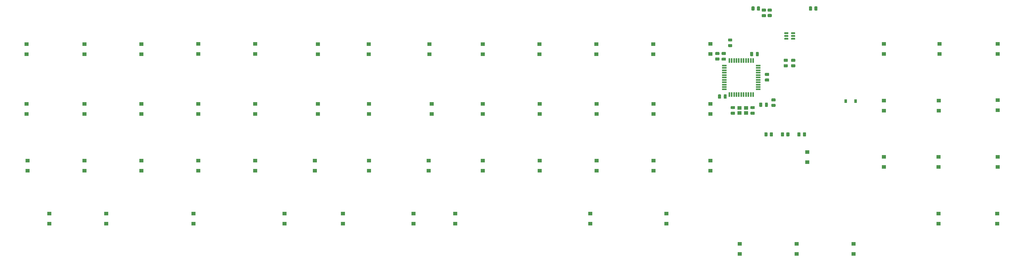
<source format=gbp>
G04 #@! TF.GenerationSoftware,KiCad,Pcbnew,(5.1.4-0)*
G04 #@! TF.CreationDate,2021-04-14T22:14:25-04:00*
G04 #@! TF.ProjectId,gorthage-truck,676f7274-6861-4676-952d-747275636b2e,rev?*
G04 #@! TF.SameCoordinates,Original*
G04 #@! TF.FileFunction,Paste,Bot*
G04 #@! TF.FilePolarity,Positive*
%FSLAX46Y46*%
G04 Gerber Fmt 4.6, Leading zero omitted, Abs format (unit mm)*
G04 Created by KiCad (PCBNEW (5.1.4-0)) date 2021-04-14 22:14:25*
%MOMM*%
%LPD*%
G04 APERTURE LIST*
%ADD10R,1.400000X1.200000*%
%ADD11R,0.550000X1.500000*%
%ADD12R,1.500000X0.550000*%
%ADD13R,0.900000X1.200000*%
%ADD14C,0.100000*%
%ADD15C,1.025000*%
%ADD16C,1.000000*%
%ADD17C,0.600000*%
%ADD18C,0.975000*%
G04 APERTURE END LIST*
D10*
X270441240Y-59874520D03*
X272641240Y-59874520D03*
X272641240Y-58174520D03*
X270441240Y-58174520D03*
D11*
X275033240Y-42275520D03*
X274233240Y-42275520D03*
X273433240Y-42275520D03*
X272633240Y-42275520D03*
X271833240Y-42275520D03*
X271033240Y-42275520D03*
X270233240Y-42275520D03*
X269433240Y-42275520D03*
X268633240Y-42275520D03*
X267833240Y-42275520D03*
X267033240Y-42275520D03*
D12*
X265333240Y-43975520D03*
X265333240Y-44775520D03*
X265333240Y-45575520D03*
X265333240Y-46375520D03*
X265333240Y-47175520D03*
X265333240Y-47975520D03*
X265333240Y-48775520D03*
X265333240Y-49575520D03*
X265333240Y-50375520D03*
X265333240Y-51175520D03*
X265333240Y-51975520D03*
D11*
X267033240Y-53675520D03*
X267833240Y-53675520D03*
X268633240Y-53675520D03*
X269433240Y-53675520D03*
X270233240Y-53675520D03*
X271033240Y-53675520D03*
X271833240Y-53675520D03*
X272633240Y-53675520D03*
X273433240Y-53675520D03*
X274233240Y-53675520D03*
X275033240Y-53675520D03*
D12*
X276733240Y-51975520D03*
X276733240Y-51175520D03*
X276733240Y-50375520D03*
X276733240Y-49575520D03*
X276733240Y-48775520D03*
X276733240Y-47975520D03*
X276733240Y-47175520D03*
X276733240Y-46375520D03*
X276733240Y-45575520D03*
X276733240Y-44775520D03*
X276733240Y-43975520D03*
D13*
X306020000Y-55889520D03*
X309320000Y-55889520D03*
D14*
G36*
X292474505Y-66377524D02*
G01*
X292498773Y-66381124D01*
X292522572Y-66387085D01*
X292545671Y-66395350D01*
X292567850Y-66405840D01*
X292588893Y-66418452D01*
X292608599Y-66433067D01*
X292626777Y-66449543D01*
X292643253Y-66467721D01*
X292657868Y-66487427D01*
X292670480Y-66508470D01*
X292680970Y-66530649D01*
X292689235Y-66553748D01*
X292695196Y-66577547D01*
X292698796Y-66601815D01*
X292700000Y-66626319D01*
X292700000Y-67526321D01*
X292698796Y-67550825D01*
X292695196Y-67575093D01*
X292689235Y-67598892D01*
X292680970Y-67621991D01*
X292670480Y-67644170D01*
X292657868Y-67665213D01*
X292643253Y-67684919D01*
X292626777Y-67703097D01*
X292608599Y-67719573D01*
X292588893Y-67734188D01*
X292567850Y-67746800D01*
X292545671Y-67757290D01*
X292522572Y-67765555D01*
X292498773Y-67771516D01*
X292474505Y-67775116D01*
X292450001Y-67776320D01*
X291924999Y-67776320D01*
X291900495Y-67775116D01*
X291876227Y-67771516D01*
X291852428Y-67765555D01*
X291829329Y-67757290D01*
X291807150Y-67746800D01*
X291786107Y-67734188D01*
X291766401Y-67719573D01*
X291748223Y-67703097D01*
X291731747Y-67684919D01*
X291717132Y-67665213D01*
X291704520Y-67644170D01*
X291694030Y-67621991D01*
X291685765Y-67598892D01*
X291679804Y-67575093D01*
X291676204Y-67550825D01*
X291675000Y-67526321D01*
X291675000Y-66626319D01*
X291676204Y-66601815D01*
X291679804Y-66577547D01*
X291685765Y-66553748D01*
X291694030Y-66530649D01*
X291704520Y-66508470D01*
X291717132Y-66487427D01*
X291731747Y-66467721D01*
X291748223Y-66449543D01*
X291766401Y-66433067D01*
X291786107Y-66418452D01*
X291807150Y-66405840D01*
X291829329Y-66395350D01*
X291852428Y-66387085D01*
X291876227Y-66381124D01*
X291900495Y-66377524D01*
X291924999Y-66376320D01*
X292450001Y-66376320D01*
X292474505Y-66377524D01*
X292474505Y-66377524D01*
G37*
D15*
X292187500Y-67076320D03*
D14*
G36*
X290649505Y-66377524D02*
G01*
X290673773Y-66381124D01*
X290697572Y-66387085D01*
X290720671Y-66395350D01*
X290742850Y-66405840D01*
X290763893Y-66418452D01*
X290783599Y-66433067D01*
X290801777Y-66449543D01*
X290818253Y-66467721D01*
X290832868Y-66487427D01*
X290845480Y-66508470D01*
X290855970Y-66530649D01*
X290864235Y-66553748D01*
X290870196Y-66577547D01*
X290873796Y-66601815D01*
X290875000Y-66626319D01*
X290875000Y-67526321D01*
X290873796Y-67550825D01*
X290870196Y-67575093D01*
X290864235Y-67598892D01*
X290855970Y-67621991D01*
X290845480Y-67644170D01*
X290832868Y-67665213D01*
X290818253Y-67684919D01*
X290801777Y-67703097D01*
X290783599Y-67719573D01*
X290763893Y-67734188D01*
X290742850Y-67746800D01*
X290720671Y-67757290D01*
X290697572Y-67765555D01*
X290673773Y-67771516D01*
X290649505Y-67775116D01*
X290625001Y-67776320D01*
X290099999Y-67776320D01*
X290075495Y-67775116D01*
X290051227Y-67771516D01*
X290027428Y-67765555D01*
X290004329Y-67757290D01*
X289982150Y-67746800D01*
X289961107Y-67734188D01*
X289941401Y-67719573D01*
X289923223Y-67703097D01*
X289906747Y-67684919D01*
X289892132Y-67665213D01*
X289879520Y-67644170D01*
X289869030Y-67621991D01*
X289860765Y-67598892D01*
X289854804Y-67575093D01*
X289851204Y-67550825D01*
X289850000Y-67526321D01*
X289850000Y-66626319D01*
X289851204Y-66601815D01*
X289854804Y-66577547D01*
X289860765Y-66553748D01*
X289869030Y-66530649D01*
X289879520Y-66508470D01*
X289892132Y-66487427D01*
X289906747Y-66467721D01*
X289923223Y-66449543D01*
X289941401Y-66433067D01*
X289961107Y-66418452D01*
X289982150Y-66405840D01*
X290004329Y-66395350D01*
X290027428Y-66387085D01*
X290051227Y-66381124D01*
X290075495Y-66377524D01*
X290099999Y-66376320D01*
X290625001Y-66376320D01*
X290649505Y-66377524D01*
X290649505Y-66377524D01*
G37*
D15*
X290362500Y-67076320D03*
D14*
G36*
X277089505Y-24101204D02*
G01*
X277113773Y-24104804D01*
X277137572Y-24110765D01*
X277160671Y-24119030D01*
X277182850Y-24129520D01*
X277203893Y-24142132D01*
X277223599Y-24156747D01*
X277241777Y-24173223D01*
X277258253Y-24191401D01*
X277272868Y-24211107D01*
X277285480Y-24232150D01*
X277295970Y-24254329D01*
X277304235Y-24277428D01*
X277310196Y-24301227D01*
X277313796Y-24325495D01*
X277315000Y-24349999D01*
X277315000Y-25250001D01*
X277313796Y-25274505D01*
X277310196Y-25298773D01*
X277304235Y-25322572D01*
X277295970Y-25345671D01*
X277285480Y-25367850D01*
X277272868Y-25388893D01*
X277258253Y-25408599D01*
X277241777Y-25426777D01*
X277223599Y-25443253D01*
X277203893Y-25457868D01*
X277182850Y-25470480D01*
X277160671Y-25480970D01*
X277137572Y-25489235D01*
X277113773Y-25495196D01*
X277089505Y-25498796D01*
X277065001Y-25500000D01*
X276539999Y-25500000D01*
X276515495Y-25498796D01*
X276491227Y-25495196D01*
X276467428Y-25489235D01*
X276444329Y-25480970D01*
X276422150Y-25470480D01*
X276401107Y-25457868D01*
X276381401Y-25443253D01*
X276363223Y-25426777D01*
X276346747Y-25408599D01*
X276332132Y-25388893D01*
X276319520Y-25367850D01*
X276309030Y-25345671D01*
X276300765Y-25322572D01*
X276294804Y-25298773D01*
X276291204Y-25274505D01*
X276290000Y-25250001D01*
X276290000Y-24349999D01*
X276291204Y-24325495D01*
X276294804Y-24301227D01*
X276300765Y-24277428D01*
X276309030Y-24254329D01*
X276319520Y-24232150D01*
X276332132Y-24211107D01*
X276346747Y-24191401D01*
X276363223Y-24173223D01*
X276381401Y-24156747D01*
X276401107Y-24142132D01*
X276422150Y-24129520D01*
X276444329Y-24119030D01*
X276467428Y-24110765D01*
X276491227Y-24104804D01*
X276515495Y-24101204D01*
X276539999Y-24100000D01*
X277065001Y-24100000D01*
X277089505Y-24101204D01*
X277089505Y-24101204D01*
G37*
D15*
X276802500Y-24800000D03*
D14*
G36*
X275264505Y-24101204D02*
G01*
X275288773Y-24104804D01*
X275312572Y-24110765D01*
X275335671Y-24119030D01*
X275357850Y-24129520D01*
X275378893Y-24142132D01*
X275398599Y-24156747D01*
X275416777Y-24173223D01*
X275433253Y-24191401D01*
X275447868Y-24211107D01*
X275460480Y-24232150D01*
X275470970Y-24254329D01*
X275479235Y-24277428D01*
X275485196Y-24301227D01*
X275488796Y-24325495D01*
X275490000Y-24349999D01*
X275490000Y-25250001D01*
X275488796Y-25274505D01*
X275485196Y-25298773D01*
X275479235Y-25322572D01*
X275470970Y-25345671D01*
X275460480Y-25367850D01*
X275447868Y-25388893D01*
X275433253Y-25408599D01*
X275416777Y-25426777D01*
X275398599Y-25443253D01*
X275378893Y-25457868D01*
X275357850Y-25470480D01*
X275335671Y-25480970D01*
X275312572Y-25489235D01*
X275288773Y-25495196D01*
X275264505Y-25498796D01*
X275240001Y-25500000D01*
X274714999Y-25500000D01*
X274690495Y-25498796D01*
X274666227Y-25495196D01*
X274642428Y-25489235D01*
X274619329Y-25480970D01*
X274597150Y-25470480D01*
X274576107Y-25457868D01*
X274556401Y-25443253D01*
X274538223Y-25426777D01*
X274521747Y-25408599D01*
X274507132Y-25388893D01*
X274494520Y-25367850D01*
X274484030Y-25345671D01*
X274475765Y-25322572D01*
X274469804Y-25298773D01*
X274466204Y-25274505D01*
X274465000Y-25250001D01*
X274465000Y-24349999D01*
X274466204Y-24325495D01*
X274469804Y-24301227D01*
X274475765Y-24277428D01*
X274484030Y-24254329D01*
X274494520Y-24232150D01*
X274507132Y-24211107D01*
X274521747Y-24191401D01*
X274538223Y-24173223D01*
X274556401Y-24156747D01*
X274576107Y-24142132D01*
X274597150Y-24129520D01*
X274619329Y-24119030D01*
X274642428Y-24110765D01*
X274666227Y-24104804D01*
X274690495Y-24101204D01*
X274714999Y-24100000D01*
X275240001Y-24100000D01*
X275264505Y-24101204D01*
X275264505Y-24101204D01*
G37*
D15*
X274977500Y-24800000D03*
D14*
G36*
X286949505Y-66377524D02*
G01*
X286973773Y-66381124D01*
X286997572Y-66387085D01*
X287020671Y-66395350D01*
X287042850Y-66405840D01*
X287063893Y-66418452D01*
X287083599Y-66433067D01*
X287101777Y-66449543D01*
X287118253Y-66467721D01*
X287132868Y-66487427D01*
X287145480Y-66508470D01*
X287155970Y-66530649D01*
X287164235Y-66553748D01*
X287170196Y-66577547D01*
X287173796Y-66601815D01*
X287175000Y-66626319D01*
X287175000Y-67526321D01*
X287173796Y-67550825D01*
X287170196Y-67575093D01*
X287164235Y-67598892D01*
X287155970Y-67621991D01*
X287145480Y-67644170D01*
X287132868Y-67665213D01*
X287118253Y-67684919D01*
X287101777Y-67703097D01*
X287083599Y-67719573D01*
X287063893Y-67734188D01*
X287042850Y-67746800D01*
X287020671Y-67757290D01*
X286997572Y-67765555D01*
X286973773Y-67771516D01*
X286949505Y-67775116D01*
X286925001Y-67776320D01*
X286399999Y-67776320D01*
X286375495Y-67775116D01*
X286351227Y-67771516D01*
X286327428Y-67765555D01*
X286304329Y-67757290D01*
X286282150Y-67746800D01*
X286261107Y-67734188D01*
X286241401Y-67719573D01*
X286223223Y-67703097D01*
X286206747Y-67684919D01*
X286192132Y-67665213D01*
X286179520Y-67644170D01*
X286169030Y-67621991D01*
X286160765Y-67598892D01*
X286154804Y-67575093D01*
X286151204Y-67550825D01*
X286150000Y-67526321D01*
X286150000Y-66626319D01*
X286151204Y-66601815D01*
X286154804Y-66577547D01*
X286160765Y-66553748D01*
X286169030Y-66530649D01*
X286179520Y-66508470D01*
X286192132Y-66487427D01*
X286206747Y-66467721D01*
X286223223Y-66449543D01*
X286241401Y-66433067D01*
X286261107Y-66418452D01*
X286282150Y-66405840D01*
X286304329Y-66395350D01*
X286327428Y-66387085D01*
X286351227Y-66381124D01*
X286375495Y-66377524D01*
X286399999Y-66376320D01*
X286925001Y-66376320D01*
X286949505Y-66377524D01*
X286949505Y-66377524D01*
G37*
D15*
X286662500Y-67076320D03*
D14*
G36*
X285124505Y-66377524D02*
G01*
X285148773Y-66381124D01*
X285172572Y-66387085D01*
X285195671Y-66395350D01*
X285217850Y-66405840D01*
X285238893Y-66418452D01*
X285258599Y-66433067D01*
X285276777Y-66449543D01*
X285293253Y-66467721D01*
X285307868Y-66487427D01*
X285320480Y-66508470D01*
X285330970Y-66530649D01*
X285339235Y-66553748D01*
X285345196Y-66577547D01*
X285348796Y-66601815D01*
X285350000Y-66626319D01*
X285350000Y-67526321D01*
X285348796Y-67550825D01*
X285345196Y-67575093D01*
X285339235Y-67598892D01*
X285330970Y-67621991D01*
X285320480Y-67644170D01*
X285307868Y-67665213D01*
X285293253Y-67684919D01*
X285276777Y-67703097D01*
X285258599Y-67719573D01*
X285238893Y-67734188D01*
X285217850Y-67746800D01*
X285195671Y-67757290D01*
X285172572Y-67765555D01*
X285148773Y-67771516D01*
X285124505Y-67775116D01*
X285100001Y-67776320D01*
X284574999Y-67776320D01*
X284550495Y-67775116D01*
X284526227Y-67771516D01*
X284502428Y-67765555D01*
X284479329Y-67757290D01*
X284457150Y-67746800D01*
X284436107Y-67734188D01*
X284416401Y-67719573D01*
X284398223Y-67703097D01*
X284381747Y-67684919D01*
X284367132Y-67665213D01*
X284354520Y-67644170D01*
X284344030Y-67621991D01*
X284335765Y-67598892D01*
X284329804Y-67575093D01*
X284326204Y-67550825D01*
X284325000Y-67526321D01*
X284325000Y-66626319D01*
X284326204Y-66601815D01*
X284329804Y-66577547D01*
X284335765Y-66553748D01*
X284344030Y-66530649D01*
X284354520Y-66508470D01*
X284367132Y-66487427D01*
X284381747Y-66467721D01*
X284398223Y-66449543D01*
X284416401Y-66433067D01*
X284436107Y-66418452D01*
X284457150Y-66405840D01*
X284479329Y-66395350D01*
X284502428Y-66387085D01*
X284526227Y-66381124D01*
X284550495Y-66377524D01*
X284574999Y-66376320D01*
X285100001Y-66376320D01*
X285124505Y-66377524D01*
X285124505Y-66377524D01*
G37*
D15*
X284837500Y-67076320D03*
D14*
G36*
X294514505Y-24111204D02*
G01*
X294538773Y-24114804D01*
X294562572Y-24120765D01*
X294585671Y-24129030D01*
X294607850Y-24139520D01*
X294628893Y-24152132D01*
X294648599Y-24166747D01*
X294666777Y-24183223D01*
X294683253Y-24201401D01*
X294697868Y-24221107D01*
X294710480Y-24242150D01*
X294720970Y-24264329D01*
X294729235Y-24287428D01*
X294735196Y-24311227D01*
X294738796Y-24335495D01*
X294740000Y-24359999D01*
X294740000Y-25260001D01*
X294738796Y-25284505D01*
X294735196Y-25308773D01*
X294729235Y-25332572D01*
X294720970Y-25355671D01*
X294710480Y-25377850D01*
X294697868Y-25398893D01*
X294683253Y-25418599D01*
X294666777Y-25436777D01*
X294648599Y-25453253D01*
X294628893Y-25467868D01*
X294607850Y-25480480D01*
X294585671Y-25490970D01*
X294562572Y-25499235D01*
X294538773Y-25505196D01*
X294514505Y-25508796D01*
X294490001Y-25510000D01*
X293964999Y-25510000D01*
X293940495Y-25508796D01*
X293916227Y-25505196D01*
X293892428Y-25499235D01*
X293869329Y-25490970D01*
X293847150Y-25480480D01*
X293826107Y-25467868D01*
X293806401Y-25453253D01*
X293788223Y-25436777D01*
X293771747Y-25418599D01*
X293757132Y-25398893D01*
X293744520Y-25377850D01*
X293734030Y-25355671D01*
X293725765Y-25332572D01*
X293719804Y-25308773D01*
X293716204Y-25284505D01*
X293715000Y-25260001D01*
X293715000Y-24359999D01*
X293716204Y-24335495D01*
X293719804Y-24311227D01*
X293725765Y-24287428D01*
X293734030Y-24264329D01*
X293744520Y-24242150D01*
X293757132Y-24221107D01*
X293771747Y-24201401D01*
X293788223Y-24183223D01*
X293806401Y-24166747D01*
X293826107Y-24152132D01*
X293847150Y-24139520D01*
X293869329Y-24129030D01*
X293892428Y-24120765D01*
X293916227Y-24114804D01*
X293940495Y-24111204D01*
X293964999Y-24110000D01*
X294490001Y-24110000D01*
X294514505Y-24111204D01*
X294514505Y-24111204D01*
G37*
D15*
X294227500Y-24810000D03*
D14*
G36*
X296339505Y-24111204D02*
G01*
X296363773Y-24114804D01*
X296387572Y-24120765D01*
X296410671Y-24129030D01*
X296432850Y-24139520D01*
X296453893Y-24152132D01*
X296473599Y-24166747D01*
X296491777Y-24183223D01*
X296508253Y-24201401D01*
X296522868Y-24221107D01*
X296535480Y-24242150D01*
X296545970Y-24264329D01*
X296554235Y-24287428D01*
X296560196Y-24311227D01*
X296563796Y-24335495D01*
X296565000Y-24359999D01*
X296565000Y-25260001D01*
X296563796Y-25284505D01*
X296560196Y-25308773D01*
X296554235Y-25332572D01*
X296545970Y-25355671D01*
X296535480Y-25377850D01*
X296522868Y-25398893D01*
X296508253Y-25418599D01*
X296491777Y-25436777D01*
X296473599Y-25453253D01*
X296453893Y-25467868D01*
X296432850Y-25480480D01*
X296410671Y-25490970D01*
X296387572Y-25499235D01*
X296363773Y-25505196D01*
X296339505Y-25508796D01*
X296315001Y-25510000D01*
X295789999Y-25510000D01*
X295765495Y-25508796D01*
X295741227Y-25505196D01*
X295717428Y-25499235D01*
X295694329Y-25490970D01*
X295672150Y-25480480D01*
X295651107Y-25467868D01*
X295631401Y-25453253D01*
X295613223Y-25436777D01*
X295596747Y-25418599D01*
X295582132Y-25398893D01*
X295569520Y-25377850D01*
X295559030Y-25355671D01*
X295550765Y-25332572D01*
X295544804Y-25308773D01*
X295541204Y-25284505D01*
X295540000Y-25260001D01*
X295540000Y-24359999D01*
X295541204Y-24335495D01*
X295544804Y-24311227D01*
X295550765Y-24287428D01*
X295559030Y-24264329D01*
X295569520Y-24242150D01*
X295582132Y-24221107D01*
X295596747Y-24201401D01*
X295613223Y-24183223D01*
X295631401Y-24166747D01*
X295651107Y-24152132D01*
X295672150Y-24139520D01*
X295694329Y-24129030D01*
X295717428Y-24120765D01*
X295741227Y-24114804D01*
X295765495Y-24111204D01*
X295789999Y-24110000D01*
X296315001Y-24110000D01*
X296339505Y-24111204D01*
X296339505Y-24111204D01*
G37*
D15*
X296052500Y-24810000D03*
D14*
G36*
X281424505Y-66377524D02*
G01*
X281448773Y-66381124D01*
X281472572Y-66387085D01*
X281495671Y-66395350D01*
X281517850Y-66405840D01*
X281538893Y-66418452D01*
X281558599Y-66433067D01*
X281576777Y-66449543D01*
X281593253Y-66467721D01*
X281607868Y-66487427D01*
X281620480Y-66508470D01*
X281630970Y-66530649D01*
X281639235Y-66553748D01*
X281645196Y-66577547D01*
X281648796Y-66601815D01*
X281650000Y-66626319D01*
X281650000Y-67526321D01*
X281648796Y-67550825D01*
X281645196Y-67575093D01*
X281639235Y-67598892D01*
X281630970Y-67621991D01*
X281620480Y-67644170D01*
X281607868Y-67665213D01*
X281593253Y-67684919D01*
X281576777Y-67703097D01*
X281558599Y-67719573D01*
X281538893Y-67734188D01*
X281517850Y-67746800D01*
X281495671Y-67757290D01*
X281472572Y-67765555D01*
X281448773Y-67771516D01*
X281424505Y-67775116D01*
X281400001Y-67776320D01*
X280874999Y-67776320D01*
X280850495Y-67775116D01*
X280826227Y-67771516D01*
X280802428Y-67765555D01*
X280779329Y-67757290D01*
X280757150Y-67746800D01*
X280736107Y-67734188D01*
X280716401Y-67719573D01*
X280698223Y-67703097D01*
X280681747Y-67684919D01*
X280667132Y-67665213D01*
X280654520Y-67644170D01*
X280644030Y-67621991D01*
X280635765Y-67598892D01*
X280629804Y-67575093D01*
X280626204Y-67550825D01*
X280625000Y-67526321D01*
X280625000Y-66626319D01*
X280626204Y-66601815D01*
X280629804Y-66577547D01*
X280635765Y-66553748D01*
X280644030Y-66530649D01*
X280654520Y-66508470D01*
X280667132Y-66487427D01*
X280681747Y-66467721D01*
X280698223Y-66449543D01*
X280716401Y-66433067D01*
X280736107Y-66418452D01*
X280757150Y-66405840D01*
X280779329Y-66395350D01*
X280802428Y-66387085D01*
X280826227Y-66381124D01*
X280850495Y-66377524D01*
X280874999Y-66376320D01*
X281400001Y-66376320D01*
X281424505Y-66377524D01*
X281424505Y-66377524D01*
G37*
D15*
X281137500Y-67076320D03*
D14*
G36*
X279599505Y-66377524D02*
G01*
X279623773Y-66381124D01*
X279647572Y-66387085D01*
X279670671Y-66395350D01*
X279692850Y-66405840D01*
X279713893Y-66418452D01*
X279733599Y-66433067D01*
X279751777Y-66449543D01*
X279768253Y-66467721D01*
X279782868Y-66487427D01*
X279795480Y-66508470D01*
X279805970Y-66530649D01*
X279814235Y-66553748D01*
X279820196Y-66577547D01*
X279823796Y-66601815D01*
X279825000Y-66626319D01*
X279825000Y-67526321D01*
X279823796Y-67550825D01*
X279820196Y-67575093D01*
X279814235Y-67598892D01*
X279805970Y-67621991D01*
X279795480Y-67644170D01*
X279782868Y-67665213D01*
X279768253Y-67684919D01*
X279751777Y-67703097D01*
X279733599Y-67719573D01*
X279713893Y-67734188D01*
X279692850Y-67746800D01*
X279670671Y-67757290D01*
X279647572Y-67765555D01*
X279623773Y-67771516D01*
X279599505Y-67775116D01*
X279575001Y-67776320D01*
X279049999Y-67776320D01*
X279025495Y-67775116D01*
X279001227Y-67771516D01*
X278977428Y-67765555D01*
X278954329Y-67757290D01*
X278932150Y-67746800D01*
X278911107Y-67734188D01*
X278891401Y-67719573D01*
X278873223Y-67703097D01*
X278856747Y-67684919D01*
X278842132Y-67665213D01*
X278829520Y-67644170D01*
X278819030Y-67621991D01*
X278810765Y-67598892D01*
X278804804Y-67575093D01*
X278801204Y-67550825D01*
X278800000Y-67526321D01*
X278800000Y-66626319D01*
X278801204Y-66601815D01*
X278804804Y-66577547D01*
X278810765Y-66553748D01*
X278819030Y-66530649D01*
X278829520Y-66508470D01*
X278842132Y-66487427D01*
X278856747Y-66467721D01*
X278873223Y-66449543D01*
X278891401Y-66433067D01*
X278911107Y-66418452D01*
X278932150Y-66405840D01*
X278954329Y-66395350D01*
X278977428Y-66387085D01*
X279001227Y-66381124D01*
X279025495Y-66377524D01*
X279049999Y-66376320D01*
X279575001Y-66376320D01*
X279599505Y-66377524D01*
X279599505Y-66377524D01*
G37*
D15*
X279312500Y-67076320D03*
D14*
G36*
X263504505Y-41251204D02*
G01*
X263528773Y-41254804D01*
X263552572Y-41260765D01*
X263575671Y-41269030D01*
X263597850Y-41279520D01*
X263618893Y-41292132D01*
X263638599Y-41306747D01*
X263656777Y-41323223D01*
X263673253Y-41341401D01*
X263687868Y-41361107D01*
X263700480Y-41382150D01*
X263710970Y-41404329D01*
X263719235Y-41427428D01*
X263725196Y-41451227D01*
X263728796Y-41475495D01*
X263730000Y-41499999D01*
X263730000Y-42025001D01*
X263728796Y-42049505D01*
X263725196Y-42073773D01*
X263719235Y-42097572D01*
X263710970Y-42120671D01*
X263700480Y-42142850D01*
X263687868Y-42163893D01*
X263673253Y-42183599D01*
X263656777Y-42201777D01*
X263638599Y-42218253D01*
X263618893Y-42232868D01*
X263597850Y-42245480D01*
X263575671Y-42255970D01*
X263552572Y-42264235D01*
X263528773Y-42270196D01*
X263504505Y-42273796D01*
X263480001Y-42275000D01*
X262579999Y-42275000D01*
X262555495Y-42273796D01*
X262531227Y-42270196D01*
X262507428Y-42264235D01*
X262484329Y-42255970D01*
X262462150Y-42245480D01*
X262441107Y-42232868D01*
X262421401Y-42218253D01*
X262403223Y-42201777D01*
X262386747Y-42183599D01*
X262372132Y-42163893D01*
X262359520Y-42142850D01*
X262349030Y-42120671D01*
X262340765Y-42097572D01*
X262334804Y-42073773D01*
X262331204Y-42049505D01*
X262330000Y-42025001D01*
X262330000Y-41499999D01*
X262331204Y-41475495D01*
X262334804Y-41451227D01*
X262340765Y-41427428D01*
X262349030Y-41404329D01*
X262359520Y-41382150D01*
X262372132Y-41361107D01*
X262386747Y-41341401D01*
X262403223Y-41323223D01*
X262421401Y-41306747D01*
X262441107Y-41292132D01*
X262462150Y-41279520D01*
X262484329Y-41269030D01*
X262507428Y-41260765D01*
X262531227Y-41254804D01*
X262555495Y-41251204D01*
X262579999Y-41250000D01*
X263480001Y-41250000D01*
X263504505Y-41251204D01*
X263504505Y-41251204D01*
G37*
D15*
X263030000Y-41762500D03*
D14*
G36*
X263504505Y-39426204D02*
G01*
X263528773Y-39429804D01*
X263552572Y-39435765D01*
X263575671Y-39444030D01*
X263597850Y-39454520D01*
X263618893Y-39467132D01*
X263638599Y-39481747D01*
X263656777Y-39498223D01*
X263673253Y-39516401D01*
X263687868Y-39536107D01*
X263700480Y-39557150D01*
X263710970Y-39579329D01*
X263719235Y-39602428D01*
X263725196Y-39626227D01*
X263728796Y-39650495D01*
X263730000Y-39674999D01*
X263730000Y-40200001D01*
X263728796Y-40224505D01*
X263725196Y-40248773D01*
X263719235Y-40272572D01*
X263710970Y-40295671D01*
X263700480Y-40317850D01*
X263687868Y-40338893D01*
X263673253Y-40358599D01*
X263656777Y-40376777D01*
X263638599Y-40393253D01*
X263618893Y-40407868D01*
X263597850Y-40420480D01*
X263575671Y-40430970D01*
X263552572Y-40439235D01*
X263528773Y-40445196D01*
X263504505Y-40448796D01*
X263480001Y-40450000D01*
X262579999Y-40450000D01*
X262555495Y-40448796D01*
X262531227Y-40445196D01*
X262507428Y-40439235D01*
X262484329Y-40430970D01*
X262462150Y-40420480D01*
X262441107Y-40407868D01*
X262421401Y-40393253D01*
X262403223Y-40376777D01*
X262386747Y-40358599D01*
X262372132Y-40338893D01*
X262359520Y-40317850D01*
X262349030Y-40295671D01*
X262340765Y-40272572D01*
X262334804Y-40248773D01*
X262331204Y-40224505D01*
X262330000Y-40200001D01*
X262330000Y-39674999D01*
X262331204Y-39650495D01*
X262334804Y-39626227D01*
X262340765Y-39602428D01*
X262349030Y-39579329D01*
X262359520Y-39557150D01*
X262372132Y-39536107D01*
X262386747Y-39516401D01*
X262403223Y-39498223D01*
X262421401Y-39481747D01*
X262441107Y-39467132D01*
X262462150Y-39454520D01*
X262484329Y-39444030D01*
X262507428Y-39435765D01*
X262531227Y-39429804D01*
X262555495Y-39426204D01*
X262579999Y-39425000D01*
X263480001Y-39425000D01*
X263504505Y-39426204D01*
X263504505Y-39426204D01*
G37*
D15*
X263030000Y-39937500D03*
D14*
G36*
X286404505Y-41696204D02*
G01*
X286428773Y-41699804D01*
X286452572Y-41705765D01*
X286475671Y-41714030D01*
X286497850Y-41724520D01*
X286518893Y-41737132D01*
X286538599Y-41751747D01*
X286556777Y-41768223D01*
X286573253Y-41786401D01*
X286587868Y-41806107D01*
X286600480Y-41827150D01*
X286610970Y-41849329D01*
X286619235Y-41872428D01*
X286625196Y-41896227D01*
X286628796Y-41920495D01*
X286630000Y-41944999D01*
X286630000Y-42470001D01*
X286628796Y-42494505D01*
X286625196Y-42518773D01*
X286619235Y-42542572D01*
X286610970Y-42565671D01*
X286600480Y-42587850D01*
X286587868Y-42608893D01*
X286573253Y-42628599D01*
X286556777Y-42646777D01*
X286538599Y-42663253D01*
X286518893Y-42677868D01*
X286497850Y-42690480D01*
X286475671Y-42700970D01*
X286452572Y-42709235D01*
X286428773Y-42715196D01*
X286404505Y-42718796D01*
X286380001Y-42720000D01*
X285479999Y-42720000D01*
X285455495Y-42718796D01*
X285431227Y-42715196D01*
X285407428Y-42709235D01*
X285384329Y-42700970D01*
X285362150Y-42690480D01*
X285341107Y-42677868D01*
X285321401Y-42663253D01*
X285303223Y-42646777D01*
X285286747Y-42628599D01*
X285272132Y-42608893D01*
X285259520Y-42587850D01*
X285249030Y-42565671D01*
X285240765Y-42542572D01*
X285234804Y-42518773D01*
X285231204Y-42494505D01*
X285230000Y-42470001D01*
X285230000Y-41944999D01*
X285231204Y-41920495D01*
X285234804Y-41896227D01*
X285240765Y-41872428D01*
X285249030Y-41849329D01*
X285259520Y-41827150D01*
X285272132Y-41806107D01*
X285286747Y-41786401D01*
X285303223Y-41768223D01*
X285321401Y-41751747D01*
X285341107Y-41737132D01*
X285362150Y-41724520D01*
X285384329Y-41714030D01*
X285407428Y-41705765D01*
X285431227Y-41699804D01*
X285455495Y-41696204D01*
X285479999Y-41695000D01*
X286380001Y-41695000D01*
X286404505Y-41696204D01*
X286404505Y-41696204D01*
G37*
D15*
X285930000Y-42207500D03*
D14*
G36*
X286404505Y-43521204D02*
G01*
X286428773Y-43524804D01*
X286452572Y-43530765D01*
X286475671Y-43539030D01*
X286497850Y-43549520D01*
X286518893Y-43562132D01*
X286538599Y-43576747D01*
X286556777Y-43593223D01*
X286573253Y-43611401D01*
X286587868Y-43631107D01*
X286600480Y-43652150D01*
X286610970Y-43674329D01*
X286619235Y-43697428D01*
X286625196Y-43721227D01*
X286628796Y-43745495D01*
X286630000Y-43769999D01*
X286630000Y-44295001D01*
X286628796Y-44319505D01*
X286625196Y-44343773D01*
X286619235Y-44367572D01*
X286610970Y-44390671D01*
X286600480Y-44412850D01*
X286587868Y-44433893D01*
X286573253Y-44453599D01*
X286556777Y-44471777D01*
X286538599Y-44488253D01*
X286518893Y-44502868D01*
X286497850Y-44515480D01*
X286475671Y-44525970D01*
X286452572Y-44534235D01*
X286428773Y-44540196D01*
X286404505Y-44543796D01*
X286380001Y-44545000D01*
X285479999Y-44545000D01*
X285455495Y-44543796D01*
X285431227Y-44540196D01*
X285407428Y-44534235D01*
X285384329Y-44525970D01*
X285362150Y-44515480D01*
X285341107Y-44502868D01*
X285321401Y-44488253D01*
X285303223Y-44471777D01*
X285286747Y-44453599D01*
X285272132Y-44433893D01*
X285259520Y-44412850D01*
X285249030Y-44390671D01*
X285240765Y-44367572D01*
X285234804Y-44343773D01*
X285231204Y-44319505D01*
X285230000Y-44295001D01*
X285230000Y-43769999D01*
X285231204Y-43745495D01*
X285234804Y-43721227D01*
X285240765Y-43697428D01*
X285249030Y-43674329D01*
X285259520Y-43652150D01*
X285272132Y-43631107D01*
X285286747Y-43611401D01*
X285303223Y-43593223D01*
X285321401Y-43576747D01*
X285341107Y-43562132D01*
X285362150Y-43549520D01*
X285384329Y-43539030D01*
X285407428Y-43530765D01*
X285431227Y-43524804D01*
X285455495Y-43521204D01*
X285479999Y-43520000D01*
X286380001Y-43520000D01*
X286404505Y-43521204D01*
X286404505Y-43521204D01*
G37*
D15*
X285930000Y-44032500D03*
D14*
G36*
X288904505Y-41696204D02*
G01*
X288928773Y-41699804D01*
X288952572Y-41705765D01*
X288975671Y-41714030D01*
X288997850Y-41724520D01*
X289018893Y-41737132D01*
X289038599Y-41751747D01*
X289056777Y-41768223D01*
X289073253Y-41786401D01*
X289087868Y-41806107D01*
X289100480Y-41827150D01*
X289110970Y-41849329D01*
X289119235Y-41872428D01*
X289125196Y-41896227D01*
X289128796Y-41920495D01*
X289130000Y-41944999D01*
X289130000Y-42470001D01*
X289128796Y-42494505D01*
X289125196Y-42518773D01*
X289119235Y-42542572D01*
X289110970Y-42565671D01*
X289100480Y-42587850D01*
X289087868Y-42608893D01*
X289073253Y-42628599D01*
X289056777Y-42646777D01*
X289038599Y-42663253D01*
X289018893Y-42677868D01*
X288997850Y-42690480D01*
X288975671Y-42700970D01*
X288952572Y-42709235D01*
X288928773Y-42715196D01*
X288904505Y-42718796D01*
X288880001Y-42720000D01*
X287979999Y-42720000D01*
X287955495Y-42718796D01*
X287931227Y-42715196D01*
X287907428Y-42709235D01*
X287884329Y-42700970D01*
X287862150Y-42690480D01*
X287841107Y-42677868D01*
X287821401Y-42663253D01*
X287803223Y-42646777D01*
X287786747Y-42628599D01*
X287772132Y-42608893D01*
X287759520Y-42587850D01*
X287749030Y-42565671D01*
X287740765Y-42542572D01*
X287734804Y-42518773D01*
X287731204Y-42494505D01*
X287730000Y-42470001D01*
X287730000Y-41944999D01*
X287731204Y-41920495D01*
X287734804Y-41896227D01*
X287740765Y-41872428D01*
X287749030Y-41849329D01*
X287759520Y-41827150D01*
X287772132Y-41806107D01*
X287786747Y-41786401D01*
X287803223Y-41768223D01*
X287821401Y-41751747D01*
X287841107Y-41737132D01*
X287862150Y-41724520D01*
X287884329Y-41714030D01*
X287907428Y-41705765D01*
X287931227Y-41699804D01*
X287955495Y-41696204D01*
X287979999Y-41695000D01*
X288880001Y-41695000D01*
X288904505Y-41696204D01*
X288904505Y-41696204D01*
G37*
D15*
X288430000Y-42207500D03*
D14*
G36*
X288904505Y-43521204D02*
G01*
X288928773Y-43524804D01*
X288952572Y-43530765D01*
X288975671Y-43539030D01*
X288997850Y-43549520D01*
X289018893Y-43562132D01*
X289038599Y-43576747D01*
X289056777Y-43593223D01*
X289073253Y-43611401D01*
X289087868Y-43631107D01*
X289100480Y-43652150D01*
X289110970Y-43674329D01*
X289119235Y-43697428D01*
X289125196Y-43721227D01*
X289128796Y-43745495D01*
X289130000Y-43769999D01*
X289130000Y-44295001D01*
X289128796Y-44319505D01*
X289125196Y-44343773D01*
X289119235Y-44367572D01*
X289110970Y-44390671D01*
X289100480Y-44412850D01*
X289087868Y-44433893D01*
X289073253Y-44453599D01*
X289056777Y-44471777D01*
X289038599Y-44488253D01*
X289018893Y-44502868D01*
X288997850Y-44515480D01*
X288975671Y-44525970D01*
X288952572Y-44534235D01*
X288928773Y-44540196D01*
X288904505Y-44543796D01*
X288880001Y-44545000D01*
X287979999Y-44545000D01*
X287955495Y-44543796D01*
X287931227Y-44540196D01*
X287907428Y-44534235D01*
X287884329Y-44525970D01*
X287862150Y-44515480D01*
X287841107Y-44502868D01*
X287821401Y-44488253D01*
X287803223Y-44471777D01*
X287786747Y-44453599D01*
X287772132Y-44433893D01*
X287759520Y-44412850D01*
X287749030Y-44390671D01*
X287740765Y-44367572D01*
X287734804Y-44343773D01*
X287731204Y-44319505D01*
X287730000Y-44295001D01*
X287730000Y-43769999D01*
X287731204Y-43745495D01*
X287734804Y-43721227D01*
X287740765Y-43697428D01*
X287749030Y-43674329D01*
X287759520Y-43652150D01*
X287772132Y-43631107D01*
X287786747Y-43611401D01*
X287803223Y-43593223D01*
X287821401Y-43576747D01*
X287841107Y-43562132D01*
X287862150Y-43549520D01*
X287884329Y-43539030D01*
X287907428Y-43530765D01*
X287931227Y-43524804D01*
X287955495Y-43521204D01*
X287979999Y-43520000D01*
X288880001Y-43520000D01*
X288904505Y-43521204D01*
X288904505Y-43521204D01*
G37*
D15*
X288430000Y-44032500D03*
D14*
G36*
X265690744Y-39414724D02*
G01*
X265715013Y-39418324D01*
X265738811Y-39424285D01*
X265761911Y-39432550D01*
X265784089Y-39443040D01*
X265805133Y-39455653D01*
X265824838Y-39470267D01*
X265843017Y-39486743D01*
X265859493Y-39504922D01*
X265874107Y-39524627D01*
X265886720Y-39545671D01*
X265897210Y-39567849D01*
X265905475Y-39590949D01*
X265911436Y-39614747D01*
X265915036Y-39639016D01*
X265916240Y-39663520D01*
X265916240Y-40163520D01*
X265915036Y-40188024D01*
X265911436Y-40212293D01*
X265905475Y-40236091D01*
X265897210Y-40259191D01*
X265886720Y-40281369D01*
X265874107Y-40302413D01*
X265859493Y-40322118D01*
X265843017Y-40340297D01*
X265824838Y-40356773D01*
X265805133Y-40371387D01*
X265784089Y-40384000D01*
X265761911Y-40394490D01*
X265738811Y-40402755D01*
X265715013Y-40408716D01*
X265690744Y-40412316D01*
X265666240Y-40413520D01*
X264716240Y-40413520D01*
X264691736Y-40412316D01*
X264667467Y-40408716D01*
X264643669Y-40402755D01*
X264620569Y-40394490D01*
X264598391Y-40384000D01*
X264577347Y-40371387D01*
X264557642Y-40356773D01*
X264539463Y-40340297D01*
X264522987Y-40322118D01*
X264508373Y-40302413D01*
X264495760Y-40281369D01*
X264485270Y-40259191D01*
X264477005Y-40236091D01*
X264471044Y-40212293D01*
X264467444Y-40188024D01*
X264466240Y-40163520D01*
X264466240Y-39663520D01*
X264467444Y-39639016D01*
X264471044Y-39614747D01*
X264477005Y-39590949D01*
X264485270Y-39567849D01*
X264495760Y-39545671D01*
X264508373Y-39524627D01*
X264522987Y-39504922D01*
X264539463Y-39486743D01*
X264557642Y-39470267D01*
X264577347Y-39455653D01*
X264598391Y-39443040D01*
X264620569Y-39432550D01*
X264643669Y-39424285D01*
X264667467Y-39418324D01*
X264691736Y-39414724D01*
X264716240Y-39413520D01*
X265666240Y-39413520D01*
X265690744Y-39414724D01*
X265690744Y-39414724D01*
G37*
D16*
X265191240Y-39913520D03*
D14*
G36*
X265690744Y-41314724D02*
G01*
X265715013Y-41318324D01*
X265738811Y-41324285D01*
X265761911Y-41332550D01*
X265784089Y-41343040D01*
X265805133Y-41355653D01*
X265824838Y-41370267D01*
X265843017Y-41386743D01*
X265859493Y-41404922D01*
X265874107Y-41424627D01*
X265886720Y-41445671D01*
X265897210Y-41467849D01*
X265905475Y-41490949D01*
X265911436Y-41514747D01*
X265915036Y-41539016D01*
X265916240Y-41563520D01*
X265916240Y-42063520D01*
X265915036Y-42088024D01*
X265911436Y-42112293D01*
X265905475Y-42136091D01*
X265897210Y-42159191D01*
X265886720Y-42181369D01*
X265874107Y-42202413D01*
X265859493Y-42222118D01*
X265843017Y-42240297D01*
X265824838Y-42256773D01*
X265805133Y-42271387D01*
X265784089Y-42284000D01*
X265761911Y-42294490D01*
X265738811Y-42302755D01*
X265715013Y-42308716D01*
X265690744Y-42312316D01*
X265666240Y-42313520D01*
X264716240Y-42313520D01*
X264691736Y-42312316D01*
X264667467Y-42308716D01*
X264643669Y-42302755D01*
X264620569Y-42294490D01*
X264598391Y-42284000D01*
X264577347Y-42271387D01*
X264557642Y-42256773D01*
X264539463Y-42240297D01*
X264522987Y-42222118D01*
X264508373Y-42202413D01*
X264495760Y-42181369D01*
X264485270Y-42159191D01*
X264477005Y-42136091D01*
X264471044Y-42112293D01*
X264467444Y-42088024D01*
X264466240Y-42063520D01*
X264466240Y-41563520D01*
X264467444Y-41539016D01*
X264471044Y-41514747D01*
X264477005Y-41490949D01*
X264485270Y-41467849D01*
X264495760Y-41445671D01*
X264508373Y-41424627D01*
X264522987Y-41404922D01*
X264539463Y-41386743D01*
X264557642Y-41370267D01*
X264577347Y-41355653D01*
X264598391Y-41343040D01*
X264620569Y-41332550D01*
X264643669Y-41324285D01*
X264667467Y-41318324D01*
X264691736Y-41314724D01*
X264716240Y-41313520D01*
X265666240Y-41313520D01*
X265690744Y-41314724D01*
X265690744Y-41314724D01*
G37*
D16*
X265191240Y-41813520D03*
D14*
G36*
X277850744Y-56395724D02*
G01*
X277875013Y-56399324D01*
X277898811Y-56405285D01*
X277921911Y-56413550D01*
X277944089Y-56424040D01*
X277965133Y-56436653D01*
X277984838Y-56451267D01*
X278003017Y-56467743D01*
X278019493Y-56485922D01*
X278034107Y-56505627D01*
X278046720Y-56526671D01*
X278057210Y-56548849D01*
X278065475Y-56571949D01*
X278071436Y-56595747D01*
X278075036Y-56620016D01*
X278076240Y-56644520D01*
X278076240Y-57594520D01*
X278075036Y-57619024D01*
X278071436Y-57643293D01*
X278065475Y-57667091D01*
X278057210Y-57690191D01*
X278046720Y-57712369D01*
X278034107Y-57733413D01*
X278019493Y-57753118D01*
X278003017Y-57771297D01*
X277984838Y-57787773D01*
X277965133Y-57802387D01*
X277944089Y-57815000D01*
X277921911Y-57825490D01*
X277898811Y-57833755D01*
X277875013Y-57839716D01*
X277850744Y-57843316D01*
X277826240Y-57844520D01*
X277326240Y-57844520D01*
X277301736Y-57843316D01*
X277277467Y-57839716D01*
X277253669Y-57833755D01*
X277230569Y-57825490D01*
X277208391Y-57815000D01*
X277187347Y-57802387D01*
X277167642Y-57787773D01*
X277149463Y-57771297D01*
X277132987Y-57753118D01*
X277118373Y-57733413D01*
X277105760Y-57712369D01*
X277095270Y-57690191D01*
X277087005Y-57667091D01*
X277081044Y-57643293D01*
X277077444Y-57619024D01*
X277076240Y-57594520D01*
X277076240Y-56644520D01*
X277077444Y-56620016D01*
X277081044Y-56595747D01*
X277087005Y-56571949D01*
X277095270Y-56548849D01*
X277105760Y-56526671D01*
X277118373Y-56505627D01*
X277132987Y-56485922D01*
X277149463Y-56467743D01*
X277167642Y-56451267D01*
X277187347Y-56436653D01*
X277208391Y-56424040D01*
X277230569Y-56413550D01*
X277253669Y-56405285D01*
X277277467Y-56399324D01*
X277301736Y-56395724D01*
X277326240Y-56394520D01*
X277826240Y-56394520D01*
X277850744Y-56395724D01*
X277850744Y-56395724D01*
G37*
D16*
X277576240Y-57119520D03*
D14*
G36*
X279750744Y-56395724D02*
G01*
X279775013Y-56399324D01*
X279798811Y-56405285D01*
X279821911Y-56413550D01*
X279844089Y-56424040D01*
X279865133Y-56436653D01*
X279884838Y-56451267D01*
X279903017Y-56467743D01*
X279919493Y-56485922D01*
X279934107Y-56505627D01*
X279946720Y-56526671D01*
X279957210Y-56548849D01*
X279965475Y-56571949D01*
X279971436Y-56595747D01*
X279975036Y-56620016D01*
X279976240Y-56644520D01*
X279976240Y-57594520D01*
X279975036Y-57619024D01*
X279971436Y-57643293D01*
X279965475Y-57667091D01*
X279957210Y-57690191D01*
X279946720Y-57712369D01*
X279934107Y-57733413D01*
X279919493Y-57753118D01*
X279903017Y-57771297D01*
X279884838Y-57787773D01*
X279865133Y-57802387D01*
X279844089Y-57815000D01*
X279821911Y-57825490D01*
X279798811Y-57833755D01*
X279775013Y-57839716D01*
X279750744Y-57843316D01*
X279726240Y-57844520D01*
X279226240Y-57844520D01*
X279201736Y-57843316D01*
X279177467Y-57839716D01*
X279153669Y-57833755D01*
X279130569Y-57825490D01*
X279108391Y-57815000D01*
X279087347Y-57802387D01*
X279067642Y-57787773D01*
X279049463Y-57771297D01*
X279032987Y-57753118D01*
X279018373Y-57733413D01*
X279005760Y-57712369D01*
X278995270Y-57690191D01*
X278987005Y-57667091D01*
X278981044Y-57643293D01*
X278977444Y-57619024D01*
X278976240Y-57594520D01*
X278976240Y-56644520D01*
X278977444Y-56620016D01*
X278981044Y-56595747D01*
X278987005Y-56571949D01*
X278995270Y-56548849D01*
X279005760Y-56526671D01*
X279018373Y-56505627D01*
X279032987Y-56485922D01*
X279049463Y-56467743D01*
X279067642Y-56451267D01*
X279087347Y-56436653D01*
X279108391Y-56424040D01*
X279130569Y-56413550D01*
X279153669Y-56405285D01*
X279177467Y-56399324D01*
X279201736Y-56395724D01*
X279226240Y-56394520D01*
X279726240Y-56394520D01*
X279750744Y-56395724D01*
X279750744Y-56395724D01*
G37*
D16*
X279476240Y-57119520D03*
D14*
G36*
X274802744Y-39377724D02*
G01*
X274827013Y-39381324D01*
X274850811Y-39387285D01*
X274873911Y-39395550D01*
X274896089Y-39406040D01*
X274917133Y-39418653D01*
X274936838Y-39433267D01*
X274955017Y-39449743D01*
X274971493Y-39467922D01*
X274986107Y-39487627D01*
X274998720Y-39508671D01*
X275009210Y-39530849D01*
X275017475Y-39553949D01*
X275023436Y-39577747D01*
X275027036Y-39602016D01*
X275028240Y-39626520D01*
X275028240Y-40576520D01*
X275027036Y-40601024D01*
X275023436Y-40625293D01*
X275017475Y-40649091D01*
X275009210Y-40672191D01*
X274998720Y-40694369D01*
X274986107Y-40715413D01*
X274971493Y-40735118D01*
X274955017Y-40753297D01*
X274936838Y-40769773D01*
X274917133Y-40784387D01*
X274896089Y-40797000D01*
X274873911Y-40807490D01*
X274850811Y-40815755D01*
X274827013Y-40821716D01*
X274802744Y-40825316D01*
X274778240Y-40826520D01*
X274278240Y-40826520D01*
X274253736Y-40825316D01*
X274229467Y-40821716D01*
X274205669Y-40815755D01*
X274182569Y-40807490D01*
X274160391Y-40797000D01*
X274139347Y-40784387D01*
X274119642Y-40769773D01*
X274101463Y-40753297D01*
X274084987Y-40735118D01*
X274070373Y-40715413D01*
X274057760Y-40694369D01*
X274047270Y-40672191D01*
X274039005Y-40649091D01*
X274033044Y-40625293D01*
X274029444Y-40601024D01*
X274028240Y-40576520D01*
X274028240Y-39626520D01*
X274029444Y-39602016D01*
X274033044Y-39577747D01*
X274039005Y-39553949D01*
X274047270Y-39530849D01*
X274057760Y-39508671D01*
X274070373Y-39487627D01*
X274084987Y-39467922D01*
X274101463Y-39449743D01*
X274119642Y-39433267D01*
X274139347Y-39418653D01*
X274160391Y-39406040D01*
X274182569Y-39395550D01*
X274205669Y-39387285D01*
X274229467Y-39381324D01*
X274253736Y-39377724D01*
X274278240Y-39376520D01*
X274778240Y-39376520D01*
X274802744Y-39377724D01*
X274802744Y-39377724D01*
G37*
D16*
X274528240Y-40101520D03*
D14*
G36*
X276702744Y-39377724D02*
G01*
X276727013Y-39381324D01*
X276750811Y-39387285D01*
X276773911Y-39395550D01*
X276796089Y-39406040D01*
X276817133Y-39418653D01*
X276836838Y-39433267D01*
X276855017Y-39449743D01*
X276871493Y-39467922D01*
X276886107Y-39487627D01*
X276898720Y-39508671D01*
X276909210Y-39530849D01*
X276917475Y-39553949D01*
X276923436Y-39577747D01*
X276927036Y-39602016D01*
X276928240Y-39626520D01*
X276928240Y-40576520D01*
X276927036Y-40601024D01*
X276923436Y-40625293D01*
X276917475Y-40649091D01*
X276909210Y-40672191D01*
X276898720Y-40694369D01*
X276886107Y-40715413D01*
X276871493Y-40735118D01*
X276855017Y-40753297D01*
X276836838Y-40769773D01*
X276817133Y-40784387D01*
X276796089Y-40797000D01*
X276773911Y-40807490D01*
X276750811Y-40815755D01*
X276727013Y-40821716D01*
X276702744Y-40825316D01*
X276678240Y-40826520D01*
X276178240Y-40826520D01*
X276153736Y-40825316D01*
X276129467Y-40821716D01*
X276105669Y-40815755D01*
X276082569Y-40807490D01*
X276060391Y-40797000D01*
X276039347Y-40784387D01*
X276019642Y-40769773D01*
X276001463Y-40753297D01*
X275984987Y-40735118D01*
X275970373Y-40715413D01*
X275957760Y-40694369D01*
X275947270Y-40672191D01*
X275939005Y-40649091D01*
X275933044Y-40625293D01*
X275929444Y-40601024D01*
X275928240Y-40576520D01*
X275928240Y-39626520D01*
X275929444Y-39602016D01*
X275933044Y-39577747D01*
X275939005Y-39553949D01*
X275947270Y-39530849D01*
X275957760Y-39508671D01*
X275970373Y-39487627D01*
X275984987Y-39467922D01*
X276001463Y-39449743D01*
X276019642Y-39433267D01*
X276039347Y-39418653D01*
X276060391Y-39406040D01*
X276082569Y-39395550D01*
X276105669Y-39387285D01*
X276129467Y-39381324D01*
X276153736Y-39377724D01*
X276178240Y-39376520D01*
X276678240Y-39376520D01*
X276702744Y-39377724D01*
X276702744Y-39377724D01*
G37*
D16*
X276428240Y-40101520D03*
D14*
G36*
X265940764Y-53647444D02*
G01*
X265965033Y-53651044D01*
X265988831Y-53657005D01*
X266011931Y-53665270D01*
X266034109Y-53675760D01*
X266055153Y-53688373D01*
X266074858Y-53702987D01*
X266093037Y-53719463D01*
X266109513Y-53737642D01*
X266124127Y-53757347D01*
X266136740Y-53778391D01*
X266147230Y-53800569D01*
X266155495Y-53823669D01*
X266161456Y-53847467D01*
X266165056Y-53871736D01*
X266166260Y-53896240D01*
X266166260Y-54846240D01*
X266165056Y-54870744D01*
X266161456Y-54895013D01*
X266155495Y-54918811D01*
X266147230Y-54941911D01*
X266136740Y-54964089D01*
X266124127Y-54985133D01*
X266109513Y-55004838D01*
X266093037Y-55023017D01*
X266074858Y-55039493D01*
X266055153Y-55054107D01*
X266034109Y-55066720D01*
X266011931Y-55077210D01*
X265988831Y-55085475D01*
X265965033Y-55091436D01*
X265940764Y-55095036D01*
X265916260Y-55096240D01*
X265416260Y-55096240D01*
X265391756Y-55095036D01*
X265367487Y-55091436D01*
X265343689Y-55085475D01*
X265320589Y-55077210D01*
X265298411Y-55066720D01*
X265277367Y-55054107D01*
X265257662Y-55039493D01*
X265239483Y-55023017D01*
X265223007Y-55004838D01*
X265208393Y-54985133D01*
X265195780Y-54964089D01*
X265185290Y-54941911D01*
X265177025Y-54918811D01*
X265171064Y-54895013D01*
X265167464Y-54870744D01*
X265166260Y-54846240D01*
X265166260Y-53896240D01*
X265167464Y-53871736D01*
X265171064Y-53847467D01*
X265177025Y-53823669D01*
X265185290Y-53800569D01*
X265195780Y-53778391D01*
X265208393Y-53757347D01*
X265223007Y-53737642D01*
X265239483Y-53719463D01*
X265257662Y-53702987D01*
X265277367Y-53688373D01*
X265298411Y-53675760D01*
X265320589Y-53665270D01*
X265343689Y-53657005D01*
X265367487Y-53651044D01*
X265391756Y-53647444D01*
X265416260Y-53646240D01*
X265916260Y-53646240D01*
X265940764Y-53647444D01*
X265940764Y-53647444D01*
G37*
D16*
X265666260Y-54371240D03*
D14*
G36*
X264040764Y-53647444D02*
G01*
X264065033Y-53651044D01*
X264088831Y-53657005D01*
X264111931Y-53665270D01*
X264134109Y-53675760D01*
X264155153Y-53688373D01*
X264174858Y-53702987D01*
X264193037Y-53719463D01*
X264209513Y-53737642D01*
X264224127Y-53757347D01*
X264236740Y-53778391D01*
X264247230Y-53800569D01*
X264255495Y-53823669D01*
X264261456Y-53847467D01*
X264265056Y-53871736D01*
X264266260Y-53896240D01*
X264266260Y-54846240D01*
X264265056Y-54870744D01*
X264261456Y-54895013D01*
X264255495Y-54918811D01*
X264247230Y-54941911D01*
X264236740Y-54964089D01*
X264224127Y-54985133D01*
X264209513Y-55004838D01*
X264193037Y-55023017D01*
X264174858Y-55039493D01*
X264155153Y-55054107D01*
X264134109Y-55066720D01*
X264111931Y-55077210D01*
X264088831Y-55085475D01*
X264065033Y-55091436D01*
X264040764Y-55095036D01*
X264016260Y-55096240D01*
X263516260Y-55096240D01*
X263491756Y-55095036D01*
X263467487Y-55091436D01*
X263443689Y-55085475D01*
X263420589Y-55077210D01*
X263398411Y-55066720D01*
X263377367Y-55054107D01*
X263357662Y-55039493D01*
X263339483Y-55023017D01*
X263323007Y-55004838D01*
X263308393Y-54985133D01*
X263295780Y-54964089D01*
X263285290Y-54941911D01*
X263277025Y-54918811D01*
X263271064Y-54895013D01*
X263267464Y-54870744D01*
X263266260Y-54846240D01*
X263266260Y-53896240D01*
X263267464Y-53871736D01*
X263271064Y-53847467D01*
X263277025Y-53823669D01*
X263285290Y-53800569D01*
X263295780Y-53778391D01*
X263308393Y-53757347D01*
X263323007Y-53737642D01*
X263339483Y-53719463D01*
X263357662Y-53702987D01*
X263377367Y-53688373D01*
X263398411Y-53675760D01*
X263420589Y-53665270D01*
X263443689Y-53657005D01*
X263467487Y-53651044D01*
X263491756Y-53647444D01*
X263516260Y-53646240D01*
X264016260Y-53646240D01*
X264040764Y-53647444D01*
X264040764Y-53647444D01*
G37*
D16*
X263766260Y-54371240D03*
D14*
G36*
X280168744Y-46431204D02*
G01*
X280193013Y-46434804D01*
X280216811Y-46440765D01*
X280239911Y-46449030D01*
X280262089Y-46459520D01*
X280283133Y-46472133D01*
X280302838Y-46486747D01*
X280321017Y-46503223D01*
X280337493Y-46521402D01*
X280352107Y-46541107D01*
X280364720Y-46562151D01*
X280375210Y-46584329D01*
X280383475Y-46607429D01*
X280389436Y-46631227D01*
X280393036Y-46655496D01*
X280394240Y-46680000D01*
X280394240Y-47180000D01*
X280393036Y-47204504D01*
X280389436Y-47228773D01*
X280383475Y-47252571D01*
X280375210Y-47275671D01*
X280364720Y-47297849D01*
X280352107Y-47318893D01*
X280337493Y-47338598D01*
X280321017Y-47356777D01*
X280302838Y-47373253D01*
X280283133Y-47387867D01*
X280262089Y-47400480D01*
X280239911Y-47410970D01*
X280216811Y-47419235D01*
X280193013Y-47425196D01*
X280168744Y-47428796D01*
X280144240Y-47430000D01*
X279194240Y-47430000D01*
X279169736Y-47428796D01*
X279145467Y-47425196D01*
X279121669Y-47419235D01*
X279098569Y-47410970D01*
X279076391Y-47400480D01*
X279055347Y-47387867D01*
X279035642Y-47373253D01*
X279017463Y-47356777D01*
X279000987Y-47338598D01*
X278986373Y-47318893D01*
X278973760Y-47297849D01*
X278963270Y-47275671D01*
X278955005Y-47252571D01*
X278949044Y-47228773D01*
X278945444Y-47204504D01*
X278944240Y-47180000D01*
X278944240Y-46680000D01*
X278945444Y-46655496D01*
X278949044Y-46631227D01*
X278955005Y-46607429D01*
X278963270Y-46584329D01*
X278973760Y-46562151D01*
X278986373Y-46541107D01*
X279000987Y-46521402D01*
X279017463Y-46503223D01*
X279035642Y-46486747D01*
X279055347Y-46472133D01*
X279076391Y-46459520D01*
X279098569Y-46449030D01*
X279121669Y-46440765D01*
X279145467Y-46434804D01*
X279169736Y-46431204D01*
X279194240Y-46430000D01*
X280144240Y-46430000D01*
X280168744Y-46431204D01*
X280168744Y-46431204D01*
G37*
D16*
X279669240Y-46930000D03*
D14*
G36*
X280168744Y-48331204D02*
G01*
X280193013Y-48334804D01*
X280216811Y-48340765D01*
X280239911Y-48349030D01*
X280262089Y-48359520D01*
X280283133Y-48372133D01*
X280302838Y-48386747D01*
X280321017Y-48403223D01*
X280337493Y-48421402D01*
X280352107Y-48441107D01*
X280364720Y-48462151D01*
X280375210Y-48484329D01*
X280383475Y-48507429D01*
X280389436Y-48531227D01*
X280393036Y-48555496D01*
X280394240Y-48580000D01*
X280394240Y-49080000D01*
X280393036Y-49104504D01*
X280389436Y-49128773D01*
X280383475Y-49152571D01*
X280375210Y-49175671D01*
X280364720Y-49197849D01*
X280352107Y-49218893D01*
X280337493Y-49238598D01*
X280321017Y-49256777D01*
X280302838Y-49273253D01*
X280283133Y-49287867D01*
X280262089Y-49300480D01*
X280239911Y-49310970D01*
X280216811Y-49319235D01*
X280193013Y-49325196D01*
X280168744Y-49328796D01*
X280144240Y-49330000D01*
X279194240Y-49330000D01*
X279169736Y-49328796D01*
X279145467Y-49325196D01*
X279121669Y-49319235D01*
X279098569Y-49310970D01*
X279076391Y-49300480D01*
X279055347Y-49287867D01*
X279035642Y-49273253D01*
X279017463Y-49256777D01*
X279000987Y-49238598D01*
X278986373Y-49218893D01*
X278973760Y-49197849D01*
X278963270Y-49175671D01*
X278955005Y-49152571D01*
X278949044Y-49128773D01*
X278945444Y-49104504D01*
X278944240Y-49080000D01*
X278944240Y-48580000D01*
X278945444Y-48555496D01*
X278949044Y-48531227D01*
X278955005Y-48507429D01*
X278963270Y-48484329D01*
X278973760Y-48462151D01*
X278986373Y-48441107D01*
X279000987Y-48421402D01*
X279017463Y-48403223D01*
X279035642Y-48386747D01*
X279055347Y-48372133D01*
X279076391Y-48359520D01*
X279098569Y-48349030D01*
X279121669Y-48340765D01*
X279145467Y-48334804D01*
X279169736Y-48331204D01*
X279194240Y-48330000D01*
X280144240Y-48330000D01*
X280168744Y-48331204D01*
X280168744Y-48331204D01*
G37*
D16*
X279669240Y-48830000D03*
D14*
G36*
X275342744Y-57575724D02*
G01*
X275367013Y-57579324D01*
X275390811Y-57585285D01*
X275413911Y-57593550D01*
X275436089Y-57604040D01*
X275457133Y-57616653D01*
X275476838Y-57631267D01*
X275495017Y-57647743D01*
X275511493Y-57665922D01*
X275526107Y-57685627D01*
X275538720Y-57706671D01*
X275549210Y-57728849D01*
X275557475Y-57751949D01*
X275563436Y-57775747D01*
X275567036Y-57800016D01*
X275568240Y-57824520D01*
X275568240Y-58324520D01*
X275567036Y-58349024D01*
X275563436Y-58373293D01*
X275557475Y-58397091D01*
X275549210Y-58420191D01*
X275538720Y-58442369D01*
X275526107Y-58463413D01*
X275511493Y-58483118D01*
X275495017Y-58501297D01*
X275476838Y-58517773D01*
X275457133Y-58532387D01*
X275436089Y-58545000D01*
X275413911Y-58555490D01*
X275390811Y-58563755D01*
X275367013Y-58569716D01*
X275342744Y-58573316D01*
X275318240Y-58574520D01*
X274368240Y-58574520D01*
X274343736Y-58573316D01*
X274319467Y-58569716D01*
X274295669Y-58563755D01*
X274272569Y-58555490D01*
X274250391Y-58545000D01*
X274229347Y-58532387D01*
X274209642Y-58517773D01*
X274191463Y-58501297D01*
X274174987Y-58483118D01*
X274160373Y-58463413D01*
X274147760Y-58442369D01*
X274137270Y-58420191D01*
X274129005Y-58397091D01*
X274123044Y-58373293D01*
X274119444Y-58349024D01*
X274118240Y-58324520D01*
X274118240Y-57824520D01*
X274119444Y-57800016D01*
X274123044Y-57775747D01*
X274129005Y-57751949D01*
X274137270Y-57728849D01*
X274147760Y-57706671D01*
X274160373Y-57685627D01*
X274174987Y-57665922D01*
X274191463Y-57647743D01*
X274209642Y-57631267D01*
X274229347Y-57616653D01*
X274250391Y-57604040D01*
X274272569Y-57593550D01*
X274295669Y-57585285D01*
X274319467Y-57579324D01*
X274343736Y-57575724D01*
X274368240Y-57574520D01*
X275318240Y-57574520D01*
X275342744Y-57575724D01*
X275342744Y-57575724D01*
G37*
D16*
X274843240Y-58074520D03*
D14*
G36*
X275342744Y-59475724D02*
G01*
X275367013Y-59479324D01*
X275390811Y-59485285D01*
X275413911Y-59493550D01*
X275436089Y-59504040D01*
X275457133Y-59516653D01*
X275476838Y-59531267D01*
X275495017Y-59547743D01*
X275511493Y-59565922D01*
X275526107Y-59585627D01*
X275538720Y-59606671D01*
X275549210Y-59628849D01*
X275557475Y-59651949D01*
X275563436Y-59675747D01*
X275567036Y-59700016D01*
X275568240Y-59724520D01*
X275568240Y-60224520D01*
X275567036Y-60249024D01*
X275563436Y-60273293D01*
X275557475Y-60297091D01*
X275549210Y-60320191D01*
X275538720Y-60342369D01*
X275526107Y-60363413D01*
X275511493Y-60383118D01*
X275495017Y-60401297D01*
X275476838Y-60417773D01*
X275457133Y-60432387D01*
X275436089Y-60445000D01*
X275413911Y-60455490D01*
X275390811Y-60463755D01*
X275367013Y-60469716D01*
X275342744Y-60473316D01*
X275318240Y-60474520D01*
X274368240Y-60474520D01*
X274343736Y-60473316D01*
X274319467Y-60469716D01*
X274295669Y-60463755D01*
X274272569Y-60455490D01*
X274250391Y-60445000D01*
X274229347Y-60432387D01*
X274209642Y-60417773D01*
X274191463Y-60401297D01*
X274174987Y-60383118D01*
X274160373Y-60363413D01*
X274147760Y-60342369D01*
X274137270Y-60320191D01*
X274129005Y-60297091D01*
X274123044Y-60273293D01*
X274119444Y-60249024D01*
X274118240Y-60224520D01*
X274118240Y-59724520D01*
X274119444Y-59700016D01*
X274123044Y-59675747D01*
X274129005Y-59651949D01*
X274137270Y-59628849D01*
X274147760Y-59606671D01*
X274160373Y-59585627D01*
X274174987Y-59565922D01*
X274191463Y-59547743D01*
X274209642Y-59531267D01*
X274229347Y-59516653D01*
X274250391Y-59504040D01*
X274272569Y-59493550D01*
X274295669Y-59485285D01*
X274319467Y-59479324D01*
X274343736Y-59475724D01*
X274368240Y-59474520D01*
X275318240Y-59474520D01*
X275342744Y-59475724D01*
X275342744Y-59475724D01*
G37*
D16*
X274843240Y-59974520D03*
D14*
G36*
X268738744Y-59475724D02*
G01*
X268763013Y-59479324D01*
X268786811Y-59485285D01*
X268809911Y-59493550D01*
X268832089Y-59504040D01*
X268853133Y-59516653D01*
X268872838Y-59531267D01*
X268891017Y-59547743D01*
X268907493Y-59565922D01*
X268922107Y-59585627D01*
X268934720Y-59606671D01*
X268945210Y-59628849D01*
X268953475Y-59651949D01*
X268959436Y-59675747D01*
X268963036Y-59700016D01*
X268964240Y-59724520D01*
X268964240Y-60224520D01*
X268963036Y-60249024D01*
X268959436Y-60273293D01*
X268953475Y-60297091D01*
X268945210Y-60320191D01*
X268934720Y-60342369D01*
X268922107Y-60363413D01*
X268907493Y-60383118D01*
X268891017Y-60401297D01*
X268872838Y-60417773D01*
X268853133Y-60432387D01*
X268832089Y-60445000D01*
X268809911Y-60455490D01*
X268786811Y-60463755D01*
X268763013Y-60469716D01*
X268738744Y-60473316D01*
X268714240Y-60474520D01*
X267764240Y-60474520D01*
X267739736Y-60473316D01*
X267715467Y-60469716D01*
X267691669Y-60463755D01*
X267668569Y-60455490D01*
X267646391Y-60445000D01*
X267625347Y-60432387D01*
X267605642Y-60417773D01*
X267587463Y-60401297D01*
X267570987Y-60383118D01*
X267556373Y-60363413D01*
X267543760Y-60342369D01*
X267533270Y-60320191D01*
X267525005Y-60297091D01*
X267519044Y-60273293D01*
X267515444Y-60249024D01*
X267514240Y-60224520D01*
X267514240Y-59724520D01*
X267515444Y-59700016D01*
X267519044Y-59675747D01*
X267525005Y-59651949D01*
X267533270Y-59628849D01*
X267543760Y-59606671D01*
X267556373Y-59585627D01*
X267570987Y-59565922D01*
X267587463Y-59547743D01*
X267605642Y-59531267D01*
X267625347Y-59516653D01*
X267646391Y-59504040D01*
X267668569Y-59493550D01*
X267691669Y-59485285D01*
X267715467Y-59479324D01*
X267739736Y-59475724D01*
X267764240Y-59474520D01*
X268714240Y-59474520D01*
X268738744Y-59475724D01*
X268738744Y-59475724D01*
G37*
D16*
X268239240Y-59974520D03*
D14*
G36*
X268738744Y-57575724D02*
G01*
X268763013Y-57579324D01*
X268786811Y-57585285D01*
X268809911Y-57593550D01*
X268832089Y-57604040D01*
X268853133Y-57616653D01*
X268872838Y-57631267D01*
X268891017Y-57647743D01*
X268907493Y-57665922D01*
X268922107Y-57685627D01*
X268934720Y-57706671D01*
X268945210Y-57728849D01*
X268953475Y-57751949D01*
X268959436Y-57775747D01*
X268963036Y-57800016D01*
X268964240Y-57824520D01*
X268964240Y-58324520D01*
X268963036Y-58349024D01*
X268959436Y-58373293D01*
X268953475Y-58397091D01*
X268945210Y-58420191D01*
X268934720Y-58442369D01*
X268922107Y-58463413D01*
X268907493Y-58483118D01*
X268891017Y-58501297D01*
X268872838Y-58517773D01*
X268853133Y-58532387D01*
X268832089Y-58545000D01*
X268809911Y-58555490D01*
X268786811Y-58563755D01*
X268763013Y-58569716D01*
X268738744Y-58573316D01*
X268714240Y-58574520D01*
X267764240Y-58574520D01*
X267739736Y-58573316D01*
X267715467Y-58569716D01*
X267691669Y-58563755D01*
X267668569Y-58555490D01*
X267646391Y-58545000D01*
X267625347Y-58532387D01*
X267605642Y-58517773D01*
X267587463Y-58501297D01*
X267570987Y-58483118D01*
X267556373Y-58463413D01*
X267543760Y-58442369D01*
X267533270Y-58420191D01*
X267525005Y-58397091D01*
X267519044Y-58373293D01*
X267515444Y-58349024D01*
X267514240Y-58324520D01*
X267514240Y-57824520D01*
X267515444Y-57800016D01*
X267519044Y-57775747D01*
X267525005Y-57751949D01*
X267533270Y-57728849D01*
X267543760Y-57706671D01*
X267556373Y-57685627D01*
X267570987Y-57665922D01*
X267587463Y-57647743D01*
X267605642Y-57631267D01*
X267625347Y-57616653D01*
X267646391Y-57604040D01*
X267668569Y-57593550D01*
X267691669Y-57585285D01*
X267715467Y-57579324D01*
X267739736Y-57575724D01*
X267764240Y-57574520D01*
X268714240Y-57574520D01*
X268738744Y-57575724D01*
X268738744Y-57575724D01*
G37*
D16*
X268239240Y-58074520D03*
D10*
X337185000Y-59104000D03*
X337185000Y-55704000D03*
X289560000Y-107237000D03*
X289560000Y-103837000D03*
X184531000Y-40181000D03*
X184531000Y-36781000D03*
X137668000Y-97077000D03*
X137668000Y-93677000D03*
X39370000Y-97077000D03*
X39370000Y-93677000D03*
D14*
G36*
X286659703Y-32790722D02*
G01*
X286674264Y-32792882D01*
X286688543Y-32796459D01*
X286702403Y-32801418D01*
X286715710Y-32807712D01*
X286728336Y-32815280D01*
X286740159Y-32824048D01*
X286751066Y-32833934D01*
X286760952Y-32844841D01*
X286769720Y-32856664D01*
X286777288Y-32869290D01*
X286783582Y-32882597D01*
X286788541Y-32896457D01*
X286792118Y-32910736D01*
X286794278Y-32925297D01*
X286795000Y-32940000D01*
X286795000Y-33240000D01*
X286794278Y-33254703D01*
X286792118Y-33269264D01*
X286788541Y-33283543D01*
X286783582Y-33297403D01*
X286777288Y-33310710D01*
X286769720Y-33323336D01*
X286760952Y-33335159D01*
X286751066Y-33346066D01*
X286740159Y-33355952D01*
X286728336Y-33364720D01*
X286715710Y-33372288D01*
X286702403Y-33378582D01*
X286688543Y-33383541D01*
X286674264Y-33387118D01*
X286659703Y-33389278D01*
X286645000Y-33390000D01*
X285620000Y-33390000D01*
X285605297Y-33389278D01*
X285590736Y-33387118D01*
X285576457Y-33383541D01*
X285562597Y-33378582D01*
X285549290Y-33372288D01*
X285536664Y-33364720D01*
X285524841Y-33355952D01*
X285513934Y-33346066D01*
X285504048Y-33335159D01*
X285495280Y-33323336D01*
X285487712Y-33310710D01*
X285481418Y-33297403D01*
X285476459Y-33283543D01*
X285472882Y-33269264D01*
X285470722Y-33254703D01*
X285470000Y-33240000D01*
X285470000Y-32940000D01*
X285470722Y-32925297D01*
X285472882Y-32910736D01*
X285476459Y-32896457D01*
X285481418Y-32882597D01*
X285487712Y-32869290D01*
X285495280Y-32856664D01*
X285504048Y-32844841D01*
X285513934Y-32833934D01*
X285524841Y-32824048D01*
X285536664Y-32815280D01*
X285549290Y-32807712D01*
X285562597Y-32801418D01*
X285576457Y-32796459D01*
X285590736Y-32792882D01*
X285605297Y-32790722D01*
X285620000Y-32790000D01*
X286645000Y-32790000D01*
X286659703Y-32790722D01*
X286659703Y-32790722D01*
G37*
D17*
X286132500Y-33090000D03*
D14*
G36*
X286659703Y-33740722D02*
G01*
X286674264Y-33742882D01*
X286688543Y-33746459D01*
X286702403Y-33751418D01*
X286715710Y-33757712D01*
X286728336Y-33765280D01*
X286740159Y-33774048D01*
X286751066Y-33783934D01*
X286760952Y-33794841D01*
X286769720Y-33806664D01*
X286777288Y-33819290D01*
X286783582Y-33832597D01*
X286788541Y-33846457D01*
X286792118Y-33860736D01*
X286794278Y-33875297D01*
X286795000Y-33890000D01*
X286795000Y-34190000D01*
X286794278Y-34204703D01*
X286792118Y-34219264D01*
X286788541Y-34233543D01*
X286783582Y-34247403D01*
X286777288Y-34260710D01*
X286769720Y-34273336D01*
X286760952Y-34285159D01*
X286751066Y-34296066D01*
X286740159Y-34305952D01*
X286728336Y-34314720D01*
X286715710Y-34322288D01*
X286702403Y-34328582D01*
X286688543Y-34333541D01*
X286674264Y-34337118D01*
X286659703Y-34339278D01*
X286645000Y-34340000D01*
X285620000Y-34340000D01*
X285605297Y-34339278D01*
X285590736Y-34337118D01*
X285576457Y-34333541D01*
X285562597Y-34328582D01*
X285549290Y-34322288D01*
X285536664Y-34314720D01*
X285524841Y-34305952D01*
X285513934Y-34296066D01*
X285504048Y-34285159D01*
X285495280Y-34273336D01*
X285487712Y-34260710D01*
X285481418Y-34247403D01*
X285476459Y-34233543D01*
X285472882Y-34219264D01*
X285470722Y-34204703D01*
X285470000Y-34190000D01*
X285470000Y-33890000D01*
X285470722Y-33875297D01*
X285472882Y-33860736D01*
X285476459Y-33846457D01*
X285481418Y-33832597D01*
X285487712Y-33819290D01*
X285495280Y-33806664D01*
X285504048Y-33794841D01*
X285513934Y-33783934D01*
X285524841Y-33774048D01*
X285536664Y-33765280D01*
X285549290Y-33757712D01*
X285562597Y-33751418D01*
X285576457Y-33746459D01*
X285590736Y-33742882D01*
X285605297Y-33740722D01*
X285620000Y-33740000D01*
X286645000Y-33740000D01*
X286659703Y-33740722D01*
X286659703Y-33740722D01*
G37*
D17*
X286132500Y-34040000D03*
D14*
G36*
X286659703Y-34690722D02*
G01*
X286674264Y-34692882D01*
X286688543Y-34696459D01*
X286702403Y-34701418D01*
X286715710Y-34707712D01*
X286728336Y-34715280D01*
X286740159Y-34724048D01*
X286751066Y-34733934D01*
X286760952Y-34744841D01*
X286769720Y-34756664D01*
X286777288Y-34769290D01*
X286783582Y-34782597D01*
X286788541Y-34796457D01*
X286792118Y-34810736D01*
X286794278Y-34825297D01*
X286795000Y-34840000D01*
X286795000Y-35140000D01*
X286794278Y-35154703D01*
X286792118Y-35169264D01*
X286788541Y-35183543D01*
X286783582Y-35197403D01*
X286777288Y-35210710D01*
X286769720Y-35223336D01*
X286760952Y-35235159D01*
X286751066Y-35246066D01*
X286740159Y-35255952D01*
X286728336Y-35264720D01*
X286715710Y-35272288D01*
X286702403Y-35278582D01*
X286688543Y-35283541D01*
X286674264Y-35287118D01*
X286659703Y-35289278D01*
X286645000Y-35290000D01*
X285620000Y-35290000D01*
X285605297Y-35289278D01*
X285590736Y-35287118D01*
X285576457Y-35283541D01*
X285562597Y-35278582D01*
X285549290Y-35272288D01*
X285536664Y-35264720D01*
X285524841Y-35255952D01*
X285513934Y-35246066D01*
X285504048Y-35235159D01*
X285495280Y-35223336D01*
X285487712Y-35210710D01*
X285481418Y-35197403D01*
X285476459Y-35183543D01*
X285472882Y-35169264D01*
X285470722Y-35154703D01*
X285470000Y-35140000D01*
X285470000Y-34840000D01*
X285470722Y-34825297D01*
X285472882Y-34810736D01*
X285476459Y-34796457D01*
X285481418Y-34782597D01*
X285487712Y-34769290D01*
X285495280Y-34756664D01*
X285504048Y-34744841D01*
X285513934Y-34733934D01*
X285524841Y-34724048D01*
X285536664Y-34715280D01*
X285549290Y-34707712D01*
X285562597Y-34701418D01*
X285576457Y-34696459D01*
X285590736Y-34692882D01*
X285605297Y-34690722D01*
X285620000Y-34690000D01*
X286645000Y-34690000D01*
X286659703Y-34690722D01*
X286659703Y-34690722D01*
G37*
D17*
X286132500Y-34990000D03*
D14*
G36*
X288934703Y-34690722D02*
G01*
X288949264Y-34692882D01*
X288963543Y-34696459D01*
X288977403Y-34701418D01*
X288990710Y-34707712D01*
X289003336Y-34715280D01*
X289015159Y-34724048D01*
X289026066Y-34733934D01*
X289035952Y-34744841D01*
X289044720Y-34756664D01*
X289052288Y-34769290D01*
X289058582Y-34782597D01*
X289063541Y-34796457D01*
X289067118Y-34810736D01*
X289069278Y-34825297D01*
X289070000Y-34840000D01*
X289070000Y-35140000D01*
X289069278Y-35154703D01*
X289067118Y-35169264D01*
X289063541Y-35183543D01*
X289058582Y-35197403D01*
X289052288Y-35210710D01*
X289044720Y-35223336D01*
X289035952Y-35235159D01*
X289026066Y-35246066D01*
X289015159Y-35255952D01*
X289003336Y-35264720D01*
X288990710Y-35272288D01*
X288977403Y-35278582D01*
X288963543Y-35283541D01*
X288949264Y-35287118D01*
X288934703Y-35289278D01*
X288920000Y-35290000D01*
X287895000Y-35290000D01*
X287880297Y-35289278D01*
X287865736Y-35287118D01*
X287851457Y-35283541D01*
X287837597Y-35278582D01*
X287824290Y-35272288D01*
X287811664Y-35264720D01*
X287799841Y-35255952D01*
X287788934Y-35246066D01*
X287779048Y-35235159D01*
X287770280Y-35223336D01*
X287762712Y-35210710D01*
X287756418Y-35197403D01*
X287751459Y-35183543D01*
X287747882Y-35169264D01*
X287745722Y-35154703D01*
X287745000Y-35140000D01*
X287745000Y-34840000D01*
X287745722Y-34825297D01*
X287747882Y-34810736D01*
X287751459Y-34796457D01*
X287756418Y-34782597D01*
X287762712Y-34769290D01*
X287770280Y-34756664D01*
X287779048Y-34744841D01*
X287788934Y-34733934D01*
X287799841Y-34724048D01*
X287811664Y-34715280D01*
X287824290Y-34707712D01*
X287837597Y-34701418D01*
X287851457Y-34696459D01*
X287865736Y-34692882D01*
X287880297Y-34690722D01*
X287895000Y-34690000D01*
X288920000Y-34690000D01*
X288934703Y-34690722D01*
X288934703Y-34690722D01*
G37*
D17*
X288407500Y-34990000D03*
D14*
G36*
X288934703Y-33740722D02*
G01*
X288949264Y-33742882D01*
X288963543Y-33746459D01*
X288977403Y-33751418D01*
X288990710Y-33757712D01*
X289003336Y-33765280D01*
X289015159Y-33774048D01*
X289026066Y-33783934D01*
X289035952Y-33794841D01*
X289044720Y-33806664D01*
X289052288Y-33819290D01*
X289058582Y-33832597D01*
X289063541Y-33846457D01*
X289067118Y-33860736D01*
X289069278Y-33875297D01*
X289070000Y-33890000D01*
X289070000Y-34190000D01*
X289069278Y-34204703D01*
X289067118Y-34219264D01*
X289063541Y-34233543D01*
X289058582Y-34247403D01*
X289052288Y-34260710D01*
X289044720Y-34273336D01*
X289035952Y-34285159D01*
X289026066Y-34296066D01*
X289015159Y-34305952D01*
X289003336Y-34314720D01*
X288990710Y-34322288D01*
X288977403Y-34328582D01*
X288963543Y-34333541D01*
X288949264Y-34337118D01*
X288934703Y-34339278D01*
X288920000Y-34340000D01*
X287895000Y-34340000D01*
X287880297Y-34339278D01*
X287865736Y-34337118D01*
X287851457Y-34333541D01*
X287837597Y-34328582D01*
X287824290Y-34322288D01*
X287811664Y-34314720D01*
X287799841Y-34305952D01*
X287788934Y-34296066D01*
X287779048Y-34285159D01*
X287770280Y-34273336D01*
X287762712Y-34260710D01*
X287756418Y-34247403D01*
X287751459Y-34233543D01*
X287747882Y-34219264D01*
X287745722Y-34204703D01*
X287745000Y-34190000D01*
X287745000Y-33890000D01*
X287745722Y-33875297D01*
X287747882Y-33860736D01*
X287751459Y-33846457D01*
X287756418Y-33832597D01*
X287762712Y-33819290D01*
X287770280Y-33806664D01*
X287779048Y-33794841D01*
X287788934Y-33783934D01*
X287799841Y-33774048D01*
X287811664Y-33765280D01*
X287824290Y-33757712D01*
X287837597Y-33751418D01*
X287851457Y-33746459D01*
X287865736Y-33742882D01*
X287880297Y-33740722D01*
X287895000Y-33740000D01*
X288920000Y-33740000D01*
X288934703Y-33740722D01*
X288934703Y-33740722D01*
G37*
D17*
X288407500Y-34040000D03*
D14*
G36*
X288934703Y-32790722D02*
G01*
X288949264Y-32792882D01*
X288963543Y-32796459D01*
X288977403Y-32801418D01*
X288990710Y-32807712D01*
X289003336Y-32815280D01*
X289015159Y-32824048D01*
X289026066Y-32833934D01*
X289035952Y-32844841D01*
X289044720Y-32856664D01*
X289052288Y-32869290D01*
X289058582Y-32882597D01*
X289063541Y-32896457D01*
X289067118Y-32910736D01*
X289069278Y-32925297D01*
X289070000Y-32940000D01*
X289070000Y-33240000D01*
X289069278Y-33254703D01*
X289067118Y-33269264D01*
X289063541Y-33283543D01*
X289058582Y-33297403D01*
X289052288Y-33310710D01*
X289044720Y-33323336D01*
X289035952Y-33335159D01*
X289026066Y-33346066D01*
X289015159Y-33355952D01*
X289003336Y-33364720D01*
X288990710Y-33372288D01*
X288977403Y-33378582D01*
X288963543Y-33383541D01*
X288949264Y-33387118D01*
X288934703Y-33389278D01*
X288920000Y-33390000D01*
X287895000Y-33390000D01*
X287880297Y-33389278D01*
X287865736Y-33387118D01*
X287851457Y-33383541D01*
X287837597Y-33378582D01*
X287824290Y-33372288D01*
X287811664Y-33364720D01*
X287799841Y-33355952D01*
X287788934Y-33346066D01*
X287779048Y-33335159D01*
X287770280Y-33323336D01*
X287762712Y-33310710D01*
X287756418Y-33297403D01*
X287751459Y-33283543D01*
X287747882Y-33269264D01*
X287745722Y-33254703D01*
X287745000Y-33240000D01*
X287745000Y-32940000D01*
X287745722Y-32925297D01*
X287747882Y-32910736D01*
X287751459Y-32896457D01*
X287756418Y-32882597D01*
X287762712Y-32869290D01*
X287770280Y-32856664D01*
X287779048Y-32844841D01*
X287788934Y-32833934D01*
X287799841Y-32824048D01*
X287811664Y-32815280D01*
X287824290Y-32807712D01*
X287837597Y-32801418D01*
X287851457Y-32796459D01*
X287865736Y-32792882D01*
X287880297Y-32790722D01*
X287895000Y-32790000D01*
X288920000Y-32790000D01*
X288934703Y-32790722D01*
X288934703Y-32790722D01*
G37*
D17*
X288407500Y-33090000D03*
D14*
G36*
X281044505Y-24836204D02*
G01*
X281068773Y-24839804D01*
X281092572Y-24845765D01*
X281115671Y-24854030D01*
X281137850Y-24864520D01*
X281158893Y-24877132D01*
X281178599Y-24891747D01*
X281196777Y-24908223D01*
X281213253Y-24926401D01*
X281227868Y-24946107D01*
X281240480Y-24967150D01*
X281250970Y-24989329D01*
X281259235Y-25012428D01*
X281265196Y-25036227D01*
X281268796Y-25060495D01*
X281270000Y-25084999D01*
X281270000Y-25610001D01*
X281268796Y-25634505D01*
X281265196Y-25658773D01*
X281259235Y-25682572D01*
X281250970Y-25705671D01*
X281240480Y-25727850D01*
X281227868Y-25748893D01*
X281213253Y-25768599D01*
X281196777Y-25786777D01*
X281178599Y-25803253D01*
X281158893Y-25817868D01*
X281137850Y-25830480D01*
X281115671Y-25840970D01*
X281092572Y-25849235D01*
X281068773Y-25855196D01*
X281044505Y-25858796D01*
X281020001Y-25860000D01*
X280119999Y-25860000D01*
X280095495Y-25858796D01*
X280071227Y-25855196D01*
X280047428Y-25849235D01*
X280024329Y-25840970D01*
X280002150Y-25830480D01*
X279981107Y-25817868D01*
X279961401Y-25803253D01*
X279943223Y-25786777D01*
X279926747Y-25768599D01*
X279912132Y-25748893D01*
X279899520Y-25727850D01*
X279889030Y-25705671D01*
X279880765Y-25682572D01*
X279874804Y-25658773D01*
X279871204Y-25634505D01*
X279870000Y-25610001D01*
X279870000Y-25084999D01*
X279871204Y-25060495D01*
X279874804Y-25036227D01*
X279880765Y-25012428D01*
X279889030Y-24989329D01*
X279899520Y-24967150D01*
X279912132Y-24946107D01*
X279926747Y-24926401D01*
X279943223Y-24908223D01*
X279961401Y-24891747D01*
X279981107Y-24877132D01*
X280002150Y-24864520D01*
X280024329Y-24854030D01*
X280047428Y-24845765D01*
X280071227Y-24839804D01*
X280095495Y-24836204D01*
X280119999Y-24835000D01*
X281020001Y-24835000D01*
X281044505Y-24836204D01*
X281044505Y-24836204D01*
G37*
D15*
X280570000Y-25347500D03*
D14*
G36*
X281044505Y-26661204D02*
G01*
X281068773Y-26664804D01*
X281092572Y-26670765D01*
X281115671Y-26679030D01*
X281137850Y-26689520D01*
X281158893Y-26702132D01*
X281178599Y-26716747D01*
X281196777Y-26733223D01*
X281213253Y-26751401D01*
X281227868Y-26771107D01*
X281240480Y-26792150D01*
X281250970Y-26814329D01*
X281259235Y-26837428D01*
X281265196Y-26861227D01*
X281268796Y-26885495D01*
X281270000Y-26909999D01*
X281270000Y-27435001D01*
X281268796Y-27459505D01*
X281265196Y-27483773D01*
X281259235Y-27507572D01*
X281250970Y-27530671D01*
X281240480Y-27552850D01*
X281227868Y-27573893D01*
X281213253Y-27593599D01*
X281196777Y-27611777D01*
X281178599Y-27628253D01*
X281158893Y-27642868D01*
X281137850Y-27655480D01*
X281115671Y-27665970D01*
X281092572Y-27674235D01*
X281068773Y-27680196D01*
X281044505Y-27683796D01*
X281020001Y-27685000D01*
X280119999Y-27685000D01*
X280095495Y-27683796D01*
X280071227Y-27680196D01*
X280047428Y-27674235D01*
X280024329Y-27665970D01*
X280002150Y-27655480D01*
X279981107Y-27642868D01*
X279961401Y-27628253D01*
X279943223Y-27611777D01*
X279926747Y-27593599D01*
X279912132Y-27573893D01*
X279899520Y-27552850D01*
X279889030Y-27530671D01*
X279880765Y-27507572D01*
X279874804Y-27483773D01*
X279871204Y-27459505D01*
X279870000Y-27435001D01*
X279870000Y-26909999D01*
X279871204Y-26885495D01*
X279874804Y-26861227D01*
X279880765Y-26837428D01*
X279889030Y-26814329D01*
X279899520Y-26792150D01*
X279912132Y-26771107D01*
X279926747Y-26751401D01*
X279943223Y-26733223D01*
X279961401Y-26716747D01*
X279981107Y-26702132D01*
X280002150Y-26689520D01*
X280024329Y-26679030D01*
X280047428Y-26670765D01*
X280071227Y-26664804D01*
X280095495Y-26661204D01*
X280119999Y-26660000D01*
X281020001Y-26660000D01*
X281044505Y-26661204D01*
X281044505Y-26661204D01*
G37*
D15*
X280570000Y-27172500D03*
D14*
G36*
X282294505Y-54995724D02*
G01*
X282318773Y-54999324D01*
X282342572Y-55005285D01*
X282365671Y-55013550D01*
X282387850Y-55024040D01*
X282408893Y-55036652D01*
X282428599Y-55051267D01*
X282446777Y-55067743D01*
X282463253Y-55085921D01*
X282477868Y-55105627D01*
X282490480Y-55126670D01*
X282500970Y-55148849D01*
X282509235Y-55171948D01*
X282515196Y-55195747D01*
X282518796Y-55220015D01*
X282520000Y-55244519D01*
X282520000Y-55769521D01*
X282518796Y-55794025D01*
X282515196Y-55818293D01*
X282509235Y-55842092D01*
X282500970Y-55865191D01*
X282490480Y-55887370D01*
X282477868Y-55908413D01*
X282463253Y-55928119D01*
X282446777Y-55946297D01*
X282428599Y-55962773D01*
X282408893Y-55977388D01*
X282387850Y-55990000D01*
X282365671Y-56000490D01*
X282342572Y-56008755D01*
X282318773Y-56014716D01*
X282294505Y-56018316D01*
X282270001Y-56019520D01*
X281369999Y-56019520D01*
X281345495Y-56018316D01*
X281321227Y-56014716D01*
X281297428Y-56008755D01*
X281274329Y-56000490D01*
X281252150Y-55990000D01*
X281231107Y-55977388D01*
X281211401Y-55962773D01*
X281193223Y-55946297D01*
X281176747Y-55928119D01*
X281162132Y-55908413D01*
X281149520Y-55887370D01*
X281139030Y-55865191D01*
X281130765Y-55842092D01*
X281124804Y-55818293D01*
X281121204Y-55794025D01*
X281120000Y-55769521D01*
X281120000Y-55244519D01*
X281121204Y-55220015D01*
X281124804Y-55195747D01*
X281130765Y-55171948D01*
X281139030Y-55148849D01*
X281149520Y-55126670D01*
X281162132Y-55105627D01*
X281176747Y-55085921D01*
X281193223Y-55067743D01*
X281211401Y-55051267D01*
X281231107Y-55036652D01*
X281252150Y-55024040D01*
X281274329Y-55013550D01*
X281297428Y-55005285D01*
X281321227Y-54999324D01*
X281345495Y-54995724D01*
X281369999Y-54994520D01*
X282270001Y-54994520D01*
X282294505Y-54995724D01*
X282294505Y-54995724D01*
G37*
D15*
X281820000Y-55507020D03*
D14*
G36*
X282294505Y-56820724D02*
G01*
X282318773Y-56824324D01*
X282342572Y-56830285D01*
X282365671Y-56838550D01*
X282387850Y-56849040D01*
X282408893Y-56861652D01*
X282428599Y-56876267D01*
X282446777Y-56892743D01*
X282463253Y-56910921D01*
X282477868Y-56930627D01*
X282490480Y-56951670D01*
X282500970Y-56973849D01*
X282509235Y-56996948D01*
X282515196Y-57020747D01*
X282518796Y-57045015D01*
X282520000Y-57069519D01*
X282520000Y-57594521D01*
X282518796Y-57619025D01*
X282515196Y-57643293D01*
X282509235Y-57667092D01*
X282500970Y-57690191D01*
X282490480Y-57712370D01*
X282477868Y-57733413D01*
X282463253Y-57753119D01*
X282446777Y-57771297D01*
X282428599Y-57787773D01*
X282408893Y-57802388D01*
X282387850Y-57815000D01*
X282365671Y-57825490D01*
X282342572Y-57833755D01*
X282318773Y-57839716D01*
X282294505Y-57843316D01*
X282270001Y-57844520D01*
X281369999Y-57844520D01*
X281345495Y-57843316D01*
X281321227Y-57839716D01*
X281297428Y-57833755D01*
X281274329Y-57825490D01*
X281252150Y-57815000D01*
X281231107Y-57802388D01*
X281211401Y-57787773D01*
X281193223Y-57771297D01*
X281176747Y-57753119D01*
X281162132Y-57733413D01*
X281149520Y-57712370D01*
X281139030Y-57690191D01*
X281130765Y-57667092D01*
X281124804Y-57643293D01*
X281121204Y-57619025D01*
X281120000Y-57594521D01*
X281120000Y-57069519D01*
X281121204Y-57045015D01*
X281124804Y-57020747D01*
X281130765Y-56996948D01*
X281139030Y-56973849D01*
X281149520Y-56951670D01*
X281162132Y-56930627D01*
X281176747Y-56910921D01*
X281193223Y-56892743D01*
X281211401Y-56876267D01*
X281231107Y-56861652D01*
X281252150Y-56849040D01*
X281274329Y-56838550D01*
X281297428Y-56830285D01*
X281321227Y-56824324D01*
X281345495Y-56820724D01*
X281369999Y-56819520D01*
X282270001Y-56819520D01*
X282294505Y-56820724D01*
X282294505Y-56820724D01*
G37*
D15*
X281820000Y-57332020D03*
D14*
G36*
X267810142Y-34906174D02*
G01*
X267833803Y-34909684D01*
X267857007Y-34915496D01*
X267879529Y-34923554D01*
X267901153Y-34933782D01*
X267921670Y-34946079D01*
X267940883Y-34960329D01*
X267958607Y-34976393D01*
X267974671Y-34994117D01*
X267988921Y-35013330D01*
X268001218Y-35033847D01*
X268011446Y-35055471D01*
X268019504Y-35077993D01*
X268025316Y-35101197D01*
X268028826Y-35124858D01*
X268030000Y-35148750D01*
X268030000Y-35636250D01*
X268028826Y-35660142D01*
X268025316Y-35683803D01*
X268019504Y-35707007D01*
X268011446Y-35729529D01*
X268001218Y-35751153D01*
X267988921Y-35771670D01*
X267974671Y-35790883D01*
X267958607Y-35808607D01*
X267940883Y-35824671D01*
X267921670Y-35838921D01*
X267901153Y-35851218D01*
X267879529Y-35861446D01*
X267857007Y-35869504D01*
X267833803Y-35875316D01*
X267810142Y-35878826D01*
X267786250Y-35880000D01*
X266873750Y-35880000D01*
X266849858Y-35878826D01*
X266826197Y-35875316D01*
X266802993Y-35869504D01*
X266780471Y-35861446D01*
X266758847Y-35851218D01*
X266738330Y-35838921D01*
X266719117Y-35824671D01*
X266701393Y-35808607D01*
X266685329Y-35790883D01*
X266671079Y-35771670D01*
X266658782Y-35751153D01*
X266648554Y-35729529D01*
X266640496Y-35707007D01*
X266634684Y-35683803D01*
X266631174Y-35660142D01*
X266630000Y-35636250D01*
X266630000Y-35148750D01*
X266631174Y-35124858D01*
X266634684Y-35101197D01*
X266640496Y-35077993D01*
X266648554Y-35055471D01*
X266658782Y-35033847D01*
X266671079Y-35013330D01*
X266685329Y-34994117D01*
X266701393Y-34976393D01*
X266719117Y-34960329D01*
X266738330Y-34946079D01*
X266758847Y-34933782D01*
X266780471Y-34923554D01*
X266802993Y-34915496D01*
X266826197Y-34909684D01*
X266849858Y-34906174D01*
X266873750Y-34905000D01*
X267786250Y-34905000D01*
X267810142Y-34906174D01*
X267810142Y-34906174D01*
G37*
D18*
X267330000Y-35392500D03*
D14*
G36*
X267810142Y-36781174D02*
G01*
X267833803Y-36784684D01*
X267857007Y-36790496D01*
X267879529Y-36798554D01*
X267901153Y-36808782D01*
X267921670Y-36821079D01*
X267940883Y-36835329D01*
X267958607Y-36851393D01*
X267974671Y-36869117D01*
X267988921Y-36888330D01*
X268001218Y-36908847D01*
X268011446Y-36930471D01*
X268019504Y-36952993D01*
X268025316Y-36976197D01*
X268028826Y-36999858D01*
X268030000Y-37023750D01*
X268030000Y-37511250D01*
X268028826Y-37535142D01*
X268025316Y-37558803D01*
X268019504Y-37582007D01*
X268011446Y-37604529D01*
X268001218Y-37626153D01*
X267988921Y-37646670D01*
X267974671Y-37665883D01*
X267958607Y-37683607D01*
X267940883Y-37699671D01*
X267921670Y-37713921D01*
X267901153Y-37726218D01*
X267879529Y-37736446D01*
X267857007Y-37744504D01*
X267833803Y-37750316D01*
X267810142Y-37753826D01*
X267786250Y-37755000D01*
X266873750Y-37755000D01*
X266849858Y-37753826D01*
X266826197Y-37750316D01*
X266802993Y-37744504D01*
X266780471Y-37736446D01*
X266758847Y-37726218D01*
X266738330Y-37713921D01*
X266719117Y-37699671D01*
X266701393Y-37683607D01*
X266685329Y-37665883D01*
X266671079Y-37646670D01*
X266658782Y-37626153D01*
X266648554Y-37604529D01*
X266640496Y-37582007D01*
X266634684Y-37558803D01*
X266631174Y-37535142D01*
X266630000Y-37511250D01*
X266630000Y-37023750D01*
X266631174Y-36999858D01*
X266634684Y-36976197D01*
X266640496Y-36952993D01*
X266648554Y-36930471D01*
X266658782Y-36908847D01*
X266671079Y-36888330D01*
X266685329Y-36869117D01*
X266701393Y-36851393D01*
X266719117Y-36835329D01*
X266738330Y-36821079D01*
X266758847Y-36808782D01*
X266780471Y-36798554D01*
X266802993Y-36790496D01*
X266826197Y-36784684D01*
X266849858Y-36781174D01*
X266873750Y-36780000D01*
X267786250Y-36780000D01*
X267810142Y-36781174D01*
X267810142Y-36781174D01*
G37*
D18*
X267330000Y-37267500D03*
D10*
X356743000Y-97077000D03*
X356743000Y-93677000D03*
X337058000Y-97077000D03*
X337058000Y-93677000D03*
X308610000Y-107237000D03*
X308610000Y-103837000D03*
X270510000Y-107237000D03*
X270510000Y-103837000D03*
X245999000Y-97077000D03*
X245999000Y-93677000D03*
X220472000Y-97077000D03*
X220472000Y-93677000D03*
X175260000Y-97077000D03*
X175260000Y-93677000D03*
X356870000Y-78027000D03*
X356870000Y-74627000D03*
X337058000Y-78027000D03*
X337058000Y-74627000D03*
X318770000Y-78027000D03*
X318770000Y-74627000D03*
X293116000Y-72976000D03*
X293116000Y-76376000D03*
X260731000Y-79297000D03*
X260731000Y-75897000D03*
X241681000Y-79297000D03*
X241681000Y-75897000D03*
X222631000Y-79297000D03*
X222631000Y-75897000D03*
X203581000Y-79297000D03*
X203581000Y-75897000D03*
X184531000Y-79297000D03*
X184531000Y-75897000D03*
X356870000Y-58977000D03*
X356870000Y-55577000D03*
X318770000Y-59104000D03*
X318770000Y-55704000D03*
X260731000Y-60247000D03*
X260731000Y-56847000D03*
X241681000Y-60247000D03*
X241681000Y-56847000D03*
X222631000Y-60247000D03*
X222631000Y-56847000D03*
X203581000Y-60247000D03*
X203581000Y-56847000D03*
X184531000Y-60247000D03*
X184531000Y-56847000D03*
X356870000Y-40054000D03*
X356870000Y-36654000D03*
X337439000Y-40054000D03*
X337439000Y-36654000D03*
X318770000Y-40054000D03*
X318770000Y-36654000D03*
X260731000Y-40054000D03*
X260731000Y-36654000D03*
X241554000Y-40181000D03*
X241554000Y-36781000D03*
X222504000Y-40181000D03*
X222504000Y-36781000D03*
X203454000Y-40181000D03*
X203454000Y-36781000D03*
X161290000Y-97077000D03*
X161290000Y-93677000D03*
X118110000Y-97077000D03*
X118110000Y-93677000D03*
X87630000Y-97077000D03*
X87630000Y-93677000D03*
X58420000Y-97077000D03*
X58420000Y-93677000D03*
X166370000Y-79297000D03*
X166370000Y-75897000D03*
X146431000Y-79297000D03*
X146431000Y-75897000D03*
X128270000Y-79297000D03*
X128270000Y-75897000D03*
X108331000Y-79297000D03*
X108331000Y-75897000D03*
X89281000Y-79297000D03*
X89281000Y-75897000D03*
X70231000Y-79297000D03*
X70231000Y-75897000D03*
X51181000Y-79297000D03*
X51181000Y-75897000D03*
X32131000Y-79297000D03*
X32131000Y-75897000D03*
X167386000Y-60247000D03*
X167386000Y-56847000D03*
X146431000Y-60247000D03*
X146431000Y-56847000D03*
X129286000Y-60247000D03*
X129286000Y-56847000D03*
X108331000Y-60247000D03*
X108331000Y-56847000D03*
X89281000Y-60247000D03*
X89281000Y-56847000D03*
X70231000Y-60247000D03*
X70231000Y-56847000D03*
X51181000Y-60247000D03*
X51181000Y-56847000D03*
X31750000Y-60247000D03*
X31750000Y-56847000D03*
X166624000Y-40181000D03*
X166624000Y-36781000D03*
X146304000Y-40181000D03*
X146304000Y-36781000D03*
X129286000Y-40181000D03*
X129286000Y-36781000D03*
X108331000Y-40054000D03*
X108331000Y-36654000D03*
X89281000Y-40054000D03*
X89281000Y-36654000D03*
X70231000Y-40181000D03*
X70231000Y-36781000D03*
X51181000Y-40181000D03*
X51181000Y-36781000D03*
X31750000Y-40181000D03*
X31750000Y-36781000D03*
D14*
G36*
X279089504Y-24831204D02*
G01*
X279113773Y-24834804D01*
X279137571Y-24840765D01*
X279160671Y-24849030D01*
X279182849Y-24859520D01*
X279203893Y-24872133D01*
X279223598Y-24886747D01*
X279241777Y-24903223D01*
X279258253Y-24921402D01*
X279272867Y-24941107D01*
X279285480Y-24962151D01*
X279295970Y-24984329D01*
X279304235Y-25007429D01*
X279310196Y-25031227D01*
X279313796Y-25055496D01*
X279315000Y-25080000D01*
X279315000Y-25580000D01*
X279313796Y-25604504D01*
X279310196Y-25628773D01*
X279304235Y-25652571D01*
X279295970Y-25675671D01*
X279285480Y-25697849D01*
X279272867Y-25718893D01*
X279258253Y-25738598D01*
X279241777Y-25756777D01*
X279223598Y-25773253D01*
X279203893Y-25787867D01*
X279182849Y-25800480D01*
X279160671Y-25810970D01*
X279137571Y-25819235D01*
X279113773Y-25825196D01*
X279089504Y-25828796D01*
X279065000Y-25830000D01*
X278115000Y-25830000D01*
X278090496Y-25828796D01*
X278066227Y-25825196D01*
X278042429Y-25819235D01*
X278019329Y-25810970D01*
X277997151Y-25800480D01*
X277976107Y-25787867D01*
X277956402Y-25773253D01*
X277938223Y-25756777D01*
X277921747Y-25738598D01*
X277907133Y-25718893D01*
X277894520Y-25697849D01*
X277884030Y-25675671D01*
X277875765Y-25652571D01*
X277869804Y-25628773D01*
X277866204Y-25604504D01*
X277865000Y-25580000D01*
X277865000Y-25080000D01*
X277866204Y-25055496D01*
X277869804Y-25031227D01*
X277875765Y-25007429D01*
X277884030Y-24984329D01*
X277894520Y-24962151D01*
X277907133Y-24941107D01*
X277921747Y-24921402D01*
X277938223Y-24903223D01*
X277956402Y-24886747D01*
X277976107Y-24872133D01*
X277997151Y-24859520D01*
X278019329Y-24849030D01*
X278042429Y-24840765D01*
X278066227Y-24834804D01*
X278090496Y-24831204D01*
X278115000Y-24830000D01*
X279065000Y-24830000D01*
X279089504Y-24831204D01*
X279089504Y-24831204D01*
G37*
D16*
X278590000Y-25330000D03*
D14*
G36*
X279089504Y-26731204D02*
G01*
X279113773Y-26734804D01*
X279137571Y-26740765D01*
X279160671Y-26749030D01*
X279182849Y-26759520D01*
X279203893Y-26772133D01*
X279223598Y-26786747D01*
X279241777Y-26803223D01*
X279258253Y-26821402D01*
X279272867Y-26841107D01*
X279285480Y-26862151D01*
X279295970Y-26884329D01*
X279304235Y-26907429D01*
X279310196Y-26931227D01*
X279313796Y-26955496D01*
X279315000Y-26980000D01*
X279315000Y-27480000D01*
X279313796Y-27504504D01*
X279310196Y-27528773D01*
X279304235Y-27552571D01*
X279295970Y-27575671D01*
X279285480Y-27597849D01*
X279272867Y-27618893D01*
X279258253Y-27638598D01*
X279241777Y-27656777D01*
X279223598Y-27673253D01*
X279203893Y-27687867D01*
X279182849Y-27700480D01*
X279160671Y-27710970D01*
X279137571Y-27719235D01*
X279113773Y-27725196D01*
X279089504Y-27728796D01*
X279065000Y-27730000D01*
X278115000Y-27730000D01*
X278090496Y-27728796D01*
X278066227Y-27725196D01*
X278042429Y-27719235D01*
X278019329Y-27710970D01*
X277997151Y-27700480D01*
X277976107Y-27687867D01*
X277956402Y-27673253D01*
X277938223Y-27656777D01*
X277921747Y-27638598D01*
X277907133Y-27618893D01*
X277894520Y-27597849D01*
X277884030Y-27575671D01*
X277875765Y-27552571D01*
X277869804Y-27528773D01*
X277866204Y-27504504D01*
X277865000Y-27480000D01*
X277865000Y-26980000D01*
X277866204Y-26955496D01*
X277869804Y-26931227D01*
X277875765Y-26907429D01*
X277884030Y-26884329D01*
X277894520Y-26862151D01*
X277907133Y-26841107D01*
X277921747Y-26821402D01*
X277938223Y-26803223D01*
X277956402Y-26786747D01*
X277976107Y-26772133D01*
X277997151Y-26759520D01*
X278019329Y-26749030D01*
X278042429Y-26740765D01*
X278066227Y-26734804D01*
X278090496Y-26731204D01*
X278115000Y-26730000D01*
X279065000Y-26730000D01*
X279089504Y-26731204D01*
X279089504Y-26731204D01*
G37*
D16*
X278590000Y-27230000D03*
M02*

</source>
